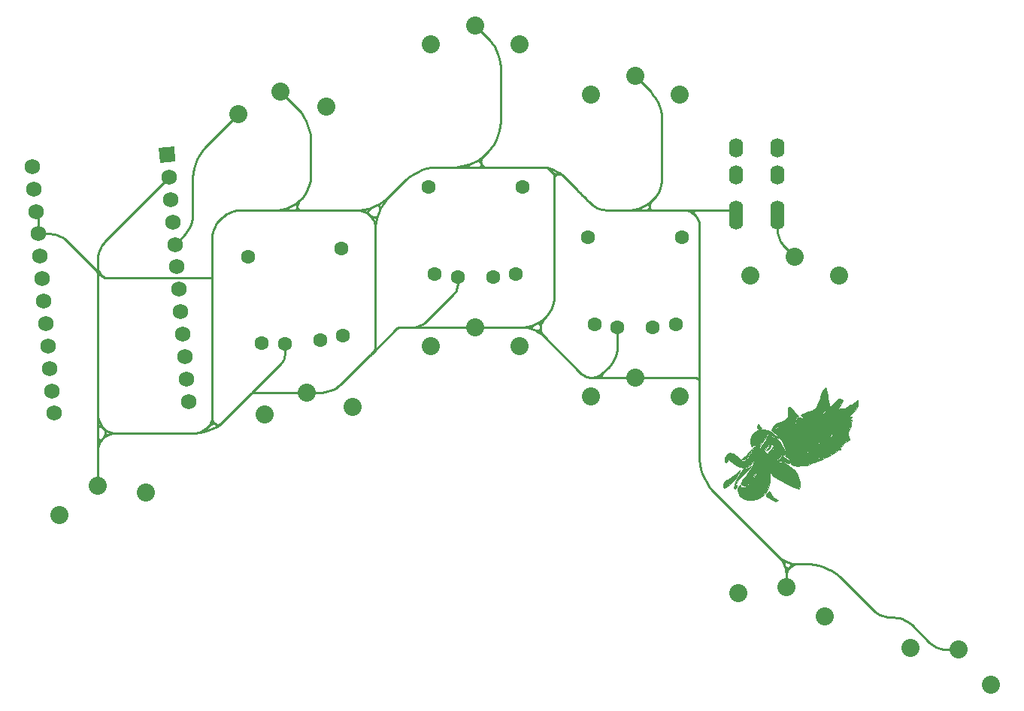
<source format=gbr>
%TF.GenerationSoftware,KiCad,Pcbnew,(5.1.10)-1*%
%TF.CreationDate,2021-07-20T22:45:32+02:00*%
%TF.ProjectId,metasepia_pfefferi_v2,6d657461-7365-4706-9961-5f7066656666,VERSION_HERE*%
%TF.SameCoordinates,Original*%
%TF.FileFunction,Copper,L2,Bot*%
%TF.FilePolarity,Positive*%
%FSLAX46Y46*%
G04 Gerber Fmt 4.6, Leading zero omitted, Abs format (unit mm)*
G04 Created by KiCad (PCBNEW (5.1.10)-1) date 2021-07-20 22:45:32*
%MOMM*%
%LPD*%
G01*
G04 APERTURE LIST*
%TA.AperFunction,EtchedComponent*%
%ADD10C,0.010000*%
%TD*%
%TA.AperFunction,ComponentPad*%
%ADD11C,1.600000*%
%TD*%
%TA.AperFunction,ComponentPad*%
%ADD12C,2.032000*%
%TD*%
%TA.AperFunction,ComponentPad*%
%ADD13C,0.100000*%
%TD*%
%TA.AperFunction,ComponentPad*%
%ADD14C,1.752600*%
%TD*%
%TA.AperFunction,ComponentPad*%
%ADD15O,1.600000X2.200000*%
%TD*%
%TA.AperFunction,Conductor*%
%ADD16C,0.250000*%
%TD*%
G04 APERTURE END LIST*
D10*
%TO.C,G\u002A\u002A\u002A*%
G36*
X108339673Y33387801D02*
G01*
X108452661Y33204518D01*
X108536949Y33062442D01*
X108783499Y32741954D01*
X109021993Y32589145D01*
X109235155Y32491804D01*
X109279976Y32411544D01*
X109156526Y32347799D01*
X109054693Y32325847D01*
X108857005Y32329754D01*
X108629501Y32423156D01*
X108361830Y32598445D01*
X108133052Y32771285D01*
X107970167Y32909026D01*
X107911430Y32976891D01*
X107947056Y33075380D01*
X108044391Y33227669D01*
X108161222Y33377229D01*
X108255336Y33467531D01*
X108281343Y33472250D01*
X108339673Y33387801D01*
G37*
X108339673Y33387801D02*
X108452661Y33204518D01*
X108536949Y33062442D01*
X108783499Y32741954D01*
X109021993Y32589145D01*
X109235155Y32491804D01*
X109279976Y32411544D01*
X109156526Y32347799D01*
X109054693Y32325847D01*
X108857005Y32329754D01*
X108629501Y32423156D01*
X108361830Y32598445D01*
X108133052Y32771285D01*
X107970167Y32909026D01*
X107911430Y32976891D01*
X107947056Y33075380D01*
X108044391Y33227669D01*
X108161222Y33377229D01*
X108255336Y33467531D01*
X108281343Y33472250D01*
X108339673Y33387801D01*
G36*
X107661184Y40445158D02*
G01*
X108130871Y40346802D01*
X108608647Y40094341D01*
X108911473Y39853928D01*
X109120701Y39657561D01*
X109264225Y39508356D01*
X109311349Y39438254D01*
X109311194Y39438007D01*
X109223029Y39443103D01*
X109038479Y39508769D01*
X108808400Y39611949D01*
X108583651Y39729589D01*
X108415088Y39838632D01*
X108399630Y39851248D01*
X108205610Y39940557D01*
X108048679Y39879984D01*
X107972719Y39702571D01*
X107902535Y39551941D01*
X107748741Y39350497D01*
X107656507Y39252420D01*
X107335510Y38833025D01*
X107162192Y38369281D01*
X107145944Y37889080D01*
X107163528Y37787994D01*
X107213224Y37559301D01*
X107234511Y37489835D01*
X107233022Y37572947D01*
X107221326Y37719765D01*
X107228620Y37862041D01*
X107781088Y37959456D01*
X107836510Y37805417D01*
X107891458Y37757926D01*
X108132972Y37678144D01*
X108393562Y37765025D01*
X108634305Y37973287D01*
X108803957Y38234051D01*
X108833795Y38476959D01*
X108721253Y38669905D01*
X108691826Y38692628D01*
X108483286Y38752288D01*
X108255251Y38648851D01*
X108066675Y38461360D01*
X107856270Y38171927D01*
X107781088Y37959456D01*
X107228620Y37862041D01*
X107244983Y38181154D01*
X107410272Y38578584D01*
X107705563Y38923739D01*
X107948307Y39196865D01*
X108056894Y39450466D01*
X108066584Y39523783D01*
X108123387Y39750137D01*
X108242892Y39820088D01*
X108416337Y39730747D01*
X108487128Y39662416D01*
X108647485Y39536213D01*
X108777200Y39498631D01*
X108969897Y39457658D01*
X109199857Y39302143D01*
X109427067Y39068221D01*
X109611515Y38792022D01*
X109651215Y38709359D01*
X109765738Y38474276D01*
X109867197Y38313523D01*
X109909064Y38274320D01*
X109975586Y38177022D01*
X110037473Y37976449D01*
X110050180Y37912590D01*
X110075149Y37696462D01*
X110035719Y37592448D01*
X109918223Y37550505D01*
X109712298Y37460997D01*
X109497046Y37289535D01*
X109317361Y37083168D01*
X109218139Y36888943D01*
X109212716Y36811178D01*
X109295607Y36765721D01*
X109491362Y36726202D01*
X109595118Y36714667D01*
X109879571Y36650448D01*
X110206185Y36494076D01*
X110567874Y36259573D01*
X110895114Y36015675D01*
X111124161Y35799770D01*
X111304660Y35557272D01*
X111466343Y35271728D01*
X111621685Y34962328D01*
X111708360Y34734974D01*
X111743210Y34525556D01*
X111743074Y34269963D01*
X111741160Y34225499D01*
X111718455Y33952991D01*
X111682868Y33753599D01*
X111653817Y33686023D01*
X111558025Y33701400D01*
X111343090Y33785646D01*
X111037236Y33924223D01*
X110668685Y34102590D01*
X110265663Y34306210D01*
X109856393Y34520543D01*
X109469098Y34731050D01*
X109132001Y34923193D01*
X108873326Y35082431D01*
X108721297Y35194225D01*
X108715732Y35199550D01*
X108569500Y35384593D01*
X108485726Y35618023D01*
X108447144Y35867284D01*
X108411974Y36109330D01*
X108374522Y36256843D01*
X108351742Y36280318D01*
X108337620Y36182534D01*
X108341907Y35961866D01*
X108363530Y35663638D01*
X108367240Y35624772D01*
X108381679Y35053937D01*
X108324985Y34466297D01*
X108206452Y33922844D01*
X108043499Y33500075D01*
X107748628Y33098011D01*
X107343755Y32779057D01*
X106868380Y32558294D01*
X106361998Y32450800D01*
X105864104Y32471655D01*
X105573556Y32557073D01*
X105232738Y32714264D01*
X105014902Y32866739D01*
X104879054Y33052032D01*
X104795568Y33269439D01*
X104754381Y33612092D01*
X104825198Y33884100D01*
X104926534Y34062802D01*
X105028834Y34149090D01*
X105097161Y34128087D01*
X105099966Y34001115D01*
X105137886Y33895356D01*
X105284093Y33865140D01*
X105501438Y33899281D01*
X105752769Y33986592D01*
X106000939Y34115889D01*
X106208796Y34275984D01*
X106280377Y34356538D01*
X106392782Y34531121D01*
X106535381Y34787660D01*
X106686973Y35082969D01*
X106826358Y35373859D01*
X106932336Y35617144D01*
X106983707Y35769637D01*
X106985147Y35792228D01*
X106938944Y35801139D01*
X106842996Y35692567D01*
X106719159Y35502478D01*
X106589295Y35266841D01*
X106475260Y35021620D01*
X106412155Y34849428D01*
X106248991Y34496105D01*
X106019687Y34231216D01*
X105754254Y34071394D01*
X105482705Y34033265D01*
X105235047Y34133461D01*
X105190235Y34172322D01*
X105122710Y34244307D01*
X105093681Y34317047D01*
X105115132Y34415586D01*
X105199054Y34564965D01*
X105357433Y34790226D01*
X105602256Y35116411D01*
X105710194Y35258540D01*
X106035809Y35697039D01*
X106267393Y36037921D01*
X106421341Y36311942D01*
X106514049Y36549856D01*
X106561914Y36782419D01*
X106571640Y36874440D01*
X106580699Y37014489D01*
X106562422Y37007808D01*
X106502501Y36847978D01*
X106500565Y36842575D01*
X106345903Y36570067D01*
X106081798Y36353733D01*
X105795565Y36211664D01*
X105387973Y36115939D01*
X104965181Y36171229D01*
X104517209Y36381025D01*
X104034071Y36748820D01*
X103896006Y36875946D01*
X103745760Y37012821D01*
X103677788Y37035274D01*
X103651902Y36945832D01*
X103645690Y36891683D01*
X103573373Y36731602D01*
X103445214Y36698329D01*
X103321227Y36795172D01*
X103285991Y36871850D01*
X103274471Y37164788D01*
X103412897Y37460407D01*
X103535628Y37598155D01*
X103690275Y37711729D01*
X103867542Y37746036D01*
X104063975Y37732005D01*
X104280376Y37683694D01*
X104472192Y37574560D01*
X104688903Y37372167D01*
X104802442Y37247966D01*
X105057822Y36985775D01*
X105261074Y36859411D01*
X105454147Y36863906D01*
X105678990Y36994293D01*
X105839856Y37125106D01*
X106012283Y37292750D01*
X106180754Y37505837D01*
X106367140Y37796604D01*
X106593314Y38197291D01*
X106692862Y38382488D01*
X106725339Y38544407D01*
X106665786Y38653119D01*
X106557633Y38666692D01*
X106473948Y38593863D01*
X106360785Y38479677D01*
X106277274Y38517809D01*
X106212816Y38715794D01*
X106198731Y38789485D01*
X106196486Y38967406D01*
X106855209Y39083556D01*
X106866080Y39078768D01*
X106961002Y39144570D01*
X107110274Y39297136D01*
X107161049Y39356223D01*
X107366986Y39565439D01*
X107635633Y39791464D01*
X107767464Y39888062D01*
X107956413Y40027670D01*
X108051521Y40117744D01*
X108042940Y40137964D01*
X107895196Y40071455D01*
X107671878Y39919911D01*
X107417128Y39718050D01*
X107175089Y39500593D01*
X107007293Y39323452D01*
X106890338Y39167213D01*
X106855209Y39083556D01*
X106196486Y38967406D01*
X106192714Y39266628D01*
X106340089Y39694324D01*
X106627271Y40051270D01*
X107040674Y40316169D01*
X107215949Y40384289D01*
X107661184Y40445158D01*
G37*
X107661184Y40445158D02*
X108130871Y40346802D01*
X108608647Y40094341D01*
X108911473Y39853928D01*
X109120701Y39657561D01*
X109264225Y39508356D01*
X109311349Y39438254D01*
X109311194Y39438007D01*
X109223029Y39443103D01*
X109038479Y39508769D01*
X108808400Y39611949D01*
X108583651Y39729589D01*
X108415088Y39838632D01*
X108399630Y39851248D01*
X108205610Y39940557D01*
X108048679Y39879984D01*
X107972719Y39702571D01*
X107902535Y39551941D01*
X107748741Y39350497D01*
X107656507Y39252420D01*
X107335510Y38833025D01*
X107162192Y38369281D01*
X107145944Y37889080D01*
X107163528Y37787994D01*
X107213224Y37559301D01*
X107234511Y37489835D01*
X107233022Y37572947D01*
X107221326Y37719765D01*
X107228620Y37862041D01*
X107781088Y37959456D01*
X107836510Y37805417D01*
X107891458Y37757926D01*
X108132972Y37678144D01*
X108393562Y37765025D01*
X108634305Y37973287D01*
X108803957Y38234051D01*
X108833795Y38476959D01*
X108721253Y38669905D01*
X108691826Y38692628D01*
X108483286Y38752288D01*
X108255251Y38648851D01*
X108066675Y38461360D01*
X107856270Y38171927D01*
X107781088Y37959456D01*
X107228620Y37862041D01*
X107244983Y38181154D01*
X107410272Y38578584D01*
X107705563Y38923739D01*
X107948307Y39196865D01*
X108056894Y39450466D01*
X108066584Y39523783D01*
X108123387Y39750137D01*
X108242892Y39820088D01*
X108416337Y39730747D01*
X108487128Y39662416D01*
X108647485Y39536213D01*
X108777200Y39498631D01*
X108969897Y39457658D01*
X109199857Y39302143D01*
X109427067Y39068221D01*
X109611515Y38792022D01*
X109651215Y38709359D01*
X109765738Y38474276D01*
X109867197Y38313523D01*
X109909064Y38274320D01*
X109975586Y38177022D01*
X110037473Y37976449D01*
X110050180Y37912590D01*
X110075149Y37696462D01*
X110035719Y37592448D01*
X109918223Y37550505D01*
X109712298Y37460997D01*
X109497046Y37289535D01*
X109317361Y37083168D01*
X109218139Y36888943D01*
X109212716Y36811178D01*
X109295607Y36765721D01*
X109491362Y36726202D01*
X109595118Y36714667D01*
X109879571Y36650448D01*
X110206185Y36494076D01*
X110567874Y36259573D01*
X110895114Y36015675D01*
X111124161Y35799770D01*
X111304660Y35557272D01*
X111466343Y35271728D01*
X111621685Y34962328D01*
X111708360Y34734974D01*
X111743210Y34525556D01*
X111743074Y34269963D01*
X111741160Y34225499D01*
X111718455Y33952991D01*
X111682868Y33753599D01*
X111653817Y33686023D01*
X111558025Y33701400D01*
X111343090Y33785646D01*
X111037236Y33924223D01*
X110668685Y34102590D01*
X110265663Y34306210D01*
X109856393Y34520543D01*
X109469098Y34731050D01*
X109132001Y34923193D01*
X108873326Y35082431D01*
X108721297Y35194225D01*
X108715732Y35199550D01*
X108569500Y35384593D01*
X108485726Y35618023D01*
X108447144Y35867284D01*
X108411974Y36109330D01*
X108374522Y36256843D01*
X108351742Y36280318D01*
X108337620Y36182534D01*
X108341907Y35961866D01*
X108363530Y35663638D01*
X108367240Y35624772D01*
X108381679Y35053937D01*
X108324985Y34466297D01*
X108206452Y33922844D01*
X108043499Y33500075D01*
X107748628Y33098011D01*
X107343755Y32779057D01*
X106868380Y32558294D01*
X106361998Y32450800D01*
X105864104Y32471655D01*
X105573556Y32557073D01*
X105232738Y32714264D01*
X105014902Y32866739D01*
X104879054Y33052032D01*
X104795568Y33269439D01*
X104754381Y33612092D01*
X104825198Y33884100D01*
X104926534Y34062802D01*
X105028834Y34149090D01*
X105097161Y34128087D01*
X105099966Y34001115D01*
X105137886Y33895356D01*
X105284093Y33865140D01*
X105501438Y33899281D01*
X105752769Y33986592D01*
X106000939Y34115889D01*
X106208796Y34275984D01*
X106280377Y34356538D01*
X106392782Y34531121D01*
X106535381Y34787660D01*
X106686973Y35082969D01*
X106826358Y35373859D01*
X106932336Y35617144D01*
X106983707Y35769637D01*
X106985147Y35792228D01*
X106938944Y35801139D01*
X106842996Y35692567D01*
X106719159Y35502478D01*
X106589295Y35266841D01*
X106475260Y35021620D01*
X106412155Y34849428D01*
X106248991Y34496105D01*
X106019687Y34231216D01*
X105754254Y34071394D01*
X105482705Y34033265D01*
X105235047Y34133461D01*
X105190235Y34172322D01*
X105122710Y34244307D01*
X105093681Y34317047D01*
X105115132Y34415586D01*
X105199054Y34564965D01*
X105357433Y34790226D01*
X105602256Y35116411D01*
X105710194Y35258540D01*
X106035809Y35697039D01*
X106267393Y36037921D01*
X106421341Y36311942D01*
X106514049Y36549856D01*
X106561914Y36782419D01*
X106571640Y36874440D01*
X106580699Y37014489D01*
X106562422Y37007808D01*
X106502501Y36847978D01*
X106500565Y36842575D01*
X106345903Y36570067D01*
X106081798Y36353733D01*
X105795565Y36211664D01*
X105387973Y36115939D01*
X104965181Y36171229D01*
X104517209Y36381025D01*
X104034071Y36748820D01*
X103896006Y36875946D01*
X103745760Y37012821D01*
X103677788Y37035274D01*
X103651902Y36945832D01*
X103645690Y36891683D01*
X103573373Y36731602D01*
X103445214Y36698329D01*
X103321227Y36795172D01*
X103285991Y36871850D01*
X103274471Y37164788D01*
X103412897Y37460407D01*
X103535628Y37598155D01*
X103690275Y37711729D01*
X103867542Y37746036D01*
X104063975Y37732005D01*
X104280376Y37683694D01*
X104472192Y37574560D01*
X104688903Y37372167D01*
X104802442Y37247966D01*
X105057822Y36985775D01*
X105261074Y36859411D01*
X105454147Y36863906D01*
X105678990Y36994293D01*
X105839856Y37125106D01*
X106012283Y37292750D01*
X106180754Y37505837D01*
X106367140Y37796604D01*
X106593314Y38197291D01*
X106692862Y38382488D01*
X106725339Y38544407D01*
X106665786Y38653119D01*
X106557633Y38666692D01*
X106473948Y38593863D01*
X106360785Y38479677D01*
X106277274Y38517809D01*
X106212816Y38715794D01*
X106198731Y38789485D01*
X106196486Y38967406D01*
X106855209Y39083556D01*
X106866080Y39078768D01*
X106961002Y39144570D01*
X107110274Y39297136D01*
X107161049Y39356223D01*
X107366986Y39565439D01*
X107635633Y39791464D01*
X107767464Y39888062D01*
X107956413Y40027670D01*
X108051521Y40117744D01*
X108042940Y40137964D01*
X107895196Y40071455D01*
X107671878Y39919911D01*
X107417128Y39718050D01*
X107175089Y39500593D01*
X107007293Y39323452D01*
X106890338Y39167213D01*
X106855209Y39083556D01*
X106196486Y38967406D01*
X106192714Y39266628D01*
X106340089Y39694324D01*
X106627271Y40051270D01*
X107040674Y40316169D01*
X107215949Y40384289D01*
X107661184Y40445158D01*
G36*
X106204922Y36182634D02*
G01*
X106061772Y36008538D01*
X105827512Y35756189D01*
X105513041Y35438011D01*
X105190021Y35124323D01*
X104843388Y34780114D01*
X104621311Y34527035D01*
X104514064Y34353053D01*
X104501870Y34273158D01*
X104561988Y34144638D01*
X104617412Y34122618D01*
X104668424Y34079857D01*
X104644899Y33957931D01*
X104568654Y33816928D01*
X104472312Y33722968D01*
X104361271Y33714848D01*
X104331481Y33776755D01*
X104347790Y34072602D01*
X104476804Y34473737D01*
X104712771Y34964443D01*
X104861735Y35226171D01*
X105063627Y35555616D01*
X105217313Y35769862D01*
X105355331Y35902556D01*
X105510213Y35987342D01*
X105644535Y36035700D01*
X105907747Y36129438D01*
X106122941Y36219982D01*
X106174300Y36246369D01*
X106246065Y36266051D01*
X106204922Y36182634D01*
G37*
X106204922Y36182634D02*
X106061772Y36008538D01*
X105827512Y35756189D01*
X105513041Y35438011D01*
X105190021Y35124323D01*
X104843388Y34780114D01*
X104621311Y34527035D01*
X104514064Y34353053D01*
X104501870Y34273158D01*
X104561988Y34144638D01*
X104617412Y34122618D01*
X104668424Y34079857D01*
X104644899Y33957931D01*
X104568654Y33816928D01*
X104472312Y33722968D01*
X104361271Y33714848D01*
X104331481Y33776755D01*
X104347790Y34072602D01*
X104476804Y34473737D01*
X104712771Y34964443D01*
X104861735Y35226171D01*
X105063627Y35555616D01*
X105217313Y35769862D01*
X105355331Y35902556D01*
X105510213Y35987342D01*
X105644535Y36035700D01*
X105907747Y36129438D01*
X106122941Y36219982D01*
X106174300Y36246369D01*
X106246065Y36266051D01*
X106204922Y36182634D01*
G36*
X104974435Y35746835D02*
G01*
X104865196Y35538836D01*
X104746451Y35323952D01*
X104453090Y34859645D01*
X104126780Y34485973D01*
X103851792Y34243089D01*
X103574417Y34018480D01*
X103398496Y33883074D01*
X103294210Y33819114D01*
X103231740Y33808836D01*
X103181268Y33834483D01*
X103174119Y33839469D01*
X103095857Y33985052D01*
X103110538Y34200031D01*
X103197482Y34428245D01*
X103336016Y34613530D01*
X103490023Y34697584D01*
X103657223Y34769536D01*
X103908449Y34926089D01*
X104202985Y35137330D01*
X104500117Y35373349D01*
X104759129Y35604230D01*
X104852363Y35698444D01*
X104963837Y35811856D01*
X105005922Y35832913D01*
X104974435Y35746835D01*
G37*
X104974435Y35746835D02*
X104865196Y35538836D01*
X104746451Y35323952D01*
X104453090Y34859645D01*
X104126780Y34485973D01*
X103851792Y34243089D01*
X103574417Y34018480D01*
X103398496Y33883074D01*
X103294210Y33819114D01*
X103231740Y33808836D01*
X103181268Y33834483D01*
X103174119Y33839469D01*
X103095857Y33985052D01*
X103110538Y34200031D01*
X103197482Y34428245D01*
X103336016Y34613530D01*
X103490023Y34697584D01*
X103657223Y34769536D01*
X103908449Y34926089D01*
X104202985Y35137330D01*
X104500117Y35373349D01*
X104759129Y35604230D01*
X104852363Y35698444D01*
X104963837Y35811856D01*
X105005922Y35832913D01*
X104974435Y35746835D01*
G36*
X114681471Y45102010D02*
G01*
X114738253Y44893989D01*
X114802153Y44583424D01*
X114858900Y44246336D01*
X114923860Y43856549D01*
X114989259Y43522906D01*
X115046783Y43284713D01*
X115082906Y43187194D01*
X115087631Y43089181D01*
X114988661Y42935565D01*
X114772350Y42707495D01*
X114654955Y42595898D01*
X114328179Y42290472D01*
X114113837Y42087967D01*
X114000434Y41975916D01*
X113976472Y41941854D01*
X114030454Y41973312D01*
X114150882Y42057825D01*
X114173836Y42074215D01*
X114351471Y42220610D01*
X114609832Y42458261D01*
X114914365Y42754391D01*
X115230514Y43076228D01*
X115232806Y43078619D01*
X115615323Y43462837D01*
X115911289Y43721743D01*
X116137064Y43864498D01*
X116309005Y43900263D01*
X116443471Y43838202D01*
X116493193Y43784551D01*
X116536345Y43695681D01*
X116524406Y43578022D01*
X116445358Y43400339D01*
X116287183Y43131397D01*
X116171012Y42947214D01*
X115984299Y42636140D01*
X115844021Y42366694D01*
X115769178Y42177360D01*
X115762925Y42120688D01*
X115792792Y42034611D01*
X115818787Y42114604D01*
X115819022Y42115860D01*
X115871412Y42284736D01*
X115961811Y42502047D01*
X116049392Y42656063D01*
X116163123Y42735067D01*
X116361439Y42769402D01*
X116493967Y42778371D01*
X116809348Y42821210D01*
X117017202Y42918486D01*
X117078076Y42971712D01*
X117261626Y43109465D01*
X117409601Y43170077D01*
X117567714Y43240009D01*
X117783918Y43384731D01*
X117890976Y43470366D01*
X118083910Y43615051D01*
X118224626Y43685264D01*
X118264665Y43681521D01*
X118292504Y43566044D01*
X118296977Y43350165D01*
X118292281Y43264688D01*
X118238799Y42997485D01*
X118100162Y42758127D01*
X117926492Y42563998D01*
X117727704Y42353828D01*
X117576127Y42178369D01*
X117521667Y42103182D01*
X117395340Y41985453D01*
X117254147Y41913851D01*
X117144392Y41868693D01*
X117184196Y41860822D01*
X117325074Y41877288D01*
X117540259Y41879042D01*
X117601750Y41816739D01*
X117505575Y41705416D01*
X117389824Y41631962D01*
X117210240Y41517654D01*
X117172991Y41462394D01*
X117279239Y41477583D01*
X117377591Y41511734D01*
X117528337Y41550545D01*
X117572363Y41488826D01*
X117568728Y41426048D01*
X117549083Y41215679D01*
X117534670Y41013600D01*
X117476626Y40763635D01*
X117362981Y40523645D01*
X117200513Y40164701D01*
X117158850Y39807188D01*
X117243709Y39502397D01*
X117248286Y39494575D01*
X117350844Y39312563D01*
X117356911Y39227084D01*
X117255698Y39188633D01*
X117178576Y39174592D01*
X116993189Y39080451D01*
X116774740Y38878590D01*
X116686692Y38773539D01*
X116491296Y38553033D01*
X116349824Y38479995D01*
X116239398Y38550975D01*
X116163968Y38694785D01*
X116143707Y38721623D01*
X116167224Y38610737D01*
X116196788Y38501787D01*
X116296706Y38148674D01*
X116021851Y38234515D01*
X115802469Y38287359D01*
X115645021Y38298525D01*
X115639293Y38297488D01*
X115635356Y38266759D01*
X115765004Y38220763D01*
X115799622Y38212290D01*
X116067654Y38149959D01*
X115883604Y37979791D01*
X115665084Y37815299D01*
X115333049Y37609432D01*
X114930728Y37384886D01*
X114501350Y37164354D01*
X114088144Y36970530D01*
X113734340Y36826109D01*
X113602435Y36782216D01*
X113292493Y36677835D01*
X113024601Y36565843D01*
X112880904Y36486034D01*
X112628902Y36380349D01*
X112471103Y36372253D01*
X112258192Y36373837D01*
X111966191Y36349452D01*
X111815368Y36328943D01*
X111492168Y36305176D01*
X111179746Y36324155D01*
X111069863Y36346264D01*
X110849530Y36435713D01*
X110722839Y36586684D01*
X110657696Y36756031D01*
X110625492Y36814930D01*
X113595759Y37338668D01*
X113624587Y37298766D01*
X113681482Y37246875D01*
X113877746Y37147178D01*
X114047152Y37185608D01*
X114141485Y37347367D01*
X114146867Y37389725D01*
X114135573Y37593254D01*
X114099904Y37703843D01*
X114066284Y37707365D01*
X114070999Y37577581D01*
X114071957Y37570947D01*
X114048781Y37351186D01*
X113921728Y37244542D01*
X113722848Y37276104D01*
X113706195Y37284601D01*
X113595759Y37338668D01*
X110625492Y36814930D01*
X110472139Y37095395D01*
X110281447Y37280253D01*
X110171965Y37374727D01*
X112454471Y37777194D01*
X112481222Y37747198D01*
X112486438Y37748016D01*
X112658873Y37822872D01*
X112720478Y37869315D01*
X112799824Y37967458D01*
X112761495Y37989360D01*
X112639336Y37934382D01*
X112550457Y37872524D01*
X112454471Y37777194D01*
X110171965Y37374727D01*
X110134519Y37407039D01*
X110091096Y37486912D01*
X110107224Y37497859D01*
X110152909Y37584097D01*
X110149747Y37791273D01*
X110125300Y37946928D01*
X113728990Y38582356D01*
X113769216Y38580217D01*
X113889159Y38654575D01*
X113938908Y38720904D01*
X113962488Y38850186D01*
X113866561Y38935330D01*
X113728075Y38976959D01*
X113675574Y38956047D01*
X113694426Y38908495D01*
X113728725Y38910182D01*
X113823234Y38867313D01*
X113844343Y38748713D01*
X113779661Y38636608D01*
X113770849Y38630656D01*
X113728990Y38582356D01*
X110125300Y37946928D01*
X110104349Y38080332D01*
X110023331Y38412219D01*
X109992603Y38505960D01*
X114908106Y39372696D01*
X115191667Y39606191D01*
X115362255Y39764478D01*
X115406620Y39868030D01*
X115359008Y39938284D01*
X115211626Y40014640D01*
X115148997Y40019025D01*
X115131315Y39979687D01*
X115194552Y39942270D01*
X115267978Y39883155D01*
X115238048Y39781752D01*
X115121001Y39628032D01*
X114908106Y39372696D01*
X109992603Y38505960D01*
X109913304Y38747877D01*
X109882011Y38827878D01*
X109823530Y38936710D01*
X114651990Y39788098D01*
X114707691Y39777941D01*
X114878744Y39848699D01*
X114944388Y39898291D01*
X114998850Y39972366D01*
X114936836Y39969571D01*
X114789798Y39895453D01*
X114735937Y39861536D01*
X114651990Y39788098D01*
X109823530Y38936710D01*
X109726347Y39117561D01*
X109625393Y39243248D01*
X116335218Y40426371D01*
X116445068Y40502400D01*
X116592702Y40637123D01*
X116653169Y40725506D01*
X116623442Y40833230D01*
X116492280Y40909092D01*
X116355277Y40916893D01*
X116352117Y40881663D01*
X116435697Y40840739D01*
X116540631Y40786712D01*
X116532091Y40707050D01*
X116438497Y40581074D01*
X116332822Y40446448D01*
X116335218Y40426371D01*
X109625393Y39243248D01*
X109477902Y39426871D01*
X109114754Y39784734D01*
X108511414Y40338000D01*
X108527846Y40368417D01*
X109045240Y40459647D01*
X109128228Y40523693D01*
X109201121Y40597164D01*
X109376768Y40752585D01*
X109519597Y40793079D01*
X109615874Y40772703D01*
X109790443Y40730061D01*
X109870746Y40726569D01*
X109849399Y40759380D01*
X109707304Y40818926D01*
X109686665Y40825953D01*
X109424909Y40853269D01*
X109212267Y40731259D01*
X109066359Y40526566D01*
X109045240Y40459647D01*
X108527846Y40368417D01*
X108701518Y40689888D01*
X108849804Y40920605D01*
X109022568Y41059295D01*
X109290333Y41161790D01*
X109302106Y41165352D01*
X109632812Y41292564D01*
X109963155Y41461175D01*
X110052872Y41517261D01*
X110258312Y41668999D01*
X110355131Y41807306D01*
X110379346Y42003882D01*
X110374960Y42158431D01*
X110376853Y42554808D01*
X110419299Y42834673D01*
X110498301Y42976195D01*
X110526961Y42988155D01*
X110635009Y42940652D01*
X110782136Y42805546D01*
X110788860Y42797910D01*
X110956461Y42612037D01*
X111173996Y42378628D01*
X111271782Y42275881D01*
X111576050Y41958775D01*
X111449628Y41722886D01*
X111351937Y41462073D01*
X111312586Y41232291D01*
X111247472Y40983544D01*
X111118256Y40772199D01*
X111016682Y40638904D01*
X111008099Y40580916D01*
X111016248Y40581219D01*
X111142778Y40677969D01*
X111163877Y40713776D01*
X116811609Y41709624D01*
X116895922Y41710723D01*
X117001364Y41745123D01*
X116997636Y41773813D01*
X116882531Y41774040D01*
X116836663Y41752217D01*
X116811609Y41709624D01*
X111163877Y40713776D01*
X111271183Y40895883D01*
X111377825Y41188726D01*
X111419590Y41370210D01*
X111515708Y41667060D01*
X111662442Y41806142D01*
X111850061Y41784055D01*
X112068833Y41597398D01*
X112069024Y41597173D01*
X112247796Y41424084D01*
X112411755Y41321423D01*
X112442121Y41312956D01*
X112541003Y41304270D01*
X112486847Y41347636D01*
X112446554Y41370539D01*
X112299753Y41486119D01*
X112116308Y41671907D01*
X112068032Y41727292D01*
X111835849Y42002172D01*
X112089682Y42182466D01*
X112337569Y42311758D01*
X112643777Y42412661D01*
X112731112Y42431105D01*
X113094069Y42530660D01*
X113381821Y42701566D01*
X113614534Y42967633D01*
X113812375Y43352668D01*
X113995512Y43880479D01*
X114015290Y43947132D01*
X114159417Y44378825D01*
X114315237Y44744577D01*
X114467659Y45014710D01*
X114601591Y45159543D01*
X114639523Y45174848D01*
X114681471Y45102010D01*
G37*
X114681471Y45102010D02*
X114738253Y44893989D01*
X114802153Y44583424D01*
X114858900Y44246336D01*
X114923860Y43856549D01*
X114989259Y43522906D01*
X115046783Y43284713D01*
X115082906Y43187194D01*
X115087631Y43089181D01*
X114988661Y42935565D01*
X114772350Y42707495D01*
X114654955Y42595898D01*
X114328179Y42290472D01*
X114113837Y42087967D01*
X114000434Y41975916D01*
X113976472Y41941854D01*
X114030454Y41973312D01*
X114150882Y42057825D01*
X114173836Y42074215D01*
X114351471Y42220610D01*
X114609832Y42458261D01*
X114914365Y42754391D01*
X115230514Y43076228D01*
X115232806Y43078619D01*
X115615323Y43462837D01*
X115911289Y43721743D01*
X116137064Y43864498D01*
X116309005Y43900263D01*
X116443471Y43838202D01*
X116493193Y43784551D01*
X116536345Y43695681D01*
X116524406Y43578022D01*
X116445358Y43400339D01*
X116287183Y43131397D01*
X116171012Y42947214D01*
X115984299Y42636140D01*
X115844021Y42366694D01*
X115769178Y42177360D01*
X115762925Y42120688D01*
X115792792Y42034611D01*
X115818787Y42114604D01*
X115819022Y42115860D01*
X115871412Y42284736D01*
X115961811Y42502047D01*
X116049392Y42656063D01*
X116163123Y42735067D01*
X116361439Y42769402D01*
X116493967Y42778371D01*
X116809348Y42821210D01*
X117017202Y42918486D01*
X117078076Y42971712D01*
X117261626Y43109465D01*
X117409601Y43170077D01*
X117567714Y43240009D01*
X117783918Y43384731D01*
X117890976Y43470366D01*
X118083910Y43615051D01*
X118224626Y43685264D01*
X118264665Y43681521D01*
X118292504Y43566044D01*
X118296977Y43350165D01*
X118292281Y43264688D01*
X118238799Y42997485D01*
X118100162Y42758127D01*
X117926492Y42563998D01*
X117727704Y42353828D01*
X117576127Y42178369D01*
X117521667Y42103182D01*
X117395340Y41985453D01*
X117254147Y41913851D01*
X117144392Y41868693D01*
X117184196Y41860822D01*
X117325074Y41877288D01*
X117540259Y41879042D01*
X117601750Y41816739D01*
X117505575Y41705416D01*
X117389824Y41631962D01*
X117210240Y41517654D01*
X117172991Y41462394D01*
X117279239Y41477583D01*
X117377591Y41511734D01*
X117528337Y41550545D01*
X117572363Y41488826D01*
X117568728Y41426048D01*
X117549083Y41215679D01*
X117534670Y41013600D01*
X117476626Y40763635D01*
X117362981Y40523645D01*
X117200513Y40164701D01*
X117158850Y39807188D01*
X117243709Y39502397D01*
X117248286Y39494575D01*
X117350844Y39312563D01*
X117356911Y39227084D01*
X117255698Y39188633D01*
X117178576Y39174592D01*
X116993189Y39080451D01*
X116774740Y38878590D01*
X116686692Y38773539D01*
X116491296Y38553033D01*
X116349824Y38479995D01*
X116239398Y38550975D01*
X116163968Y38694785D01*
X116143707Y38721623D01*
X116167224Y38610737D01*
X116196788Y38501787D01*
X116296706Y38148674D01*
X116021851Y38234515D01*
X115802469Y38287359D01*
X115645021Y38298525D01*
X115639293Y38297488D01*
X115635356Y38266759D01*
X115765004Y38220763D01*
X115799622Y38212290D01*
X116067654Y38149959D01*
X115883604Y37979791D01*
X115665084Y37815299D01*
X115333049Y37609432D01*
X114930728Y37384886D01*
X114501350Y37164354D01*
X114088144Y36970530D01*
X113734340Y36826109D01*
X113602435Y36782216D01*
X113292493Y36677835D01*
X113024601Y36565843D01*
X112880904Y36486034D01*
X112628902Y36380349D01*
X112471103Y36372253D01*
X112258192Y36373837D01*
X111966191Y36349452D01*
X111815368Y36328943D01*
X111492168Y36305176D01*
X111179746Y36324155D01*
X111069863Y36346264D01*
X110849530Y36435713D01*
X110722839Y36586684D01*
X110657696Y36756031D01*
X110625492Y36814930D01*
X113595759Y37338668D01*
X113624587Y37298766D01*
X113681482Y37246875D01*
X113877746Y37147178D01*
X114047152Y37185608D01*
X114141485Y37347367D01*
X114146867Y37389725D01*
X114135573Y37593254D01*
X114099904Y37703843D01*
X114066284Y37707365D01*
X114070999Y37577581D01*
X114071957Y37570947D01*
X114048781Y37351186D01*
X113921728Y37244542D01*
X113722848Y37276104D01*
X113706195Y37284601D01*
X113595759Y37338668D01*
X110625492Y36814930D01*
X110472139Y37095395D01*
X110281447Y37280253D01*
X110171965Y37374727D01*
X112454471Y37777194D01*
X112481222Y37747198D01*
X112486438Y37748016D01*
X112658873Y37822872D01*
X112720478Y37869315D01*
X112799824Y37967458D01*
X112761495Y37989360D01*
X112639336Y37934382D01*
X112550457Y37872524D01*
X112454471Y37777194D01*
X110171965Y37374727D01*
X110134519Y37407039D01*
X110091096Y37486912D01*
X110107224Y37497859D01*
X110152909Y37584097D01*
X110149747Y37791273D01*
X110125300Y37946928D01*
X113728990Y38582356D01*
X113769216Y38580217D01*
X113889159Y38654575D01*
X113938908Y38720904D01*
X113962488Y38850186D01*
X113866561Y38935330D01*
X113728075Y38976959D01*
X113675574Y38956047D01*
X113694426Y38908495D01*
X113728725Y38910182D01*
X113823234Y38867313D01*
X113844343Y38748713D01*
X113779661Y38636608D01*
X113770849Y38630656D01*
X113728990Y38582356D01*
X110125300Y37946928D01*
X110104349Y38080332D01*
X110023331Y38412219D01*
X109992603Y38505960D01*
X114908106Y39372696D01*
X115191667Y39606191D01*
X115362255Y39764478D01*
X115406620Y39868030D01*
X115359008Y39938284D01*
X115211626Y40014640D01*
X115148997Y40019025D01*
X115131315Y39979687D01*
X115194552Y39942270D01*
X115267978Y39883155D01*
X115238048Y39781752D01*
X115121001Y39628032D01*
X114908106Y39372696D01*
X109992603Y38505960D01*
X109913304Y38747877D01*
X109882011Y38827878D01*
X109823530Y38936710D01*
X114651990Y39788098D01*
X114707691Y39777941D01*
X114878744Y39848699D01*
X114944388Y39898291D01*
X114998850Y39972366D01*
X114936836Y39969571D01*
X114789798Y39895453D01*
X114735937Y39861536D01*
X114651990Y39788098D01*
X109823530Y38936710D01*
X109726347Y39117561D01*
X109625393Y39243248D01*
X116335218Y40426371D01*
X116445068Y40502400D01*
X116592702Y40637123D01*
X116653169Y40725506D01*
X116623442Y40833230D01*
X116492280Y40909092D01*
X116355277Y40916893D01*
X116352117Y40881663D01*
X116435697Y40840739D01*
X116540631Y40786712D01*
X116532091Y40707050D01*
X116438497Y40581074D01*
X116332822Y40446448D01*
X116335218Y40426371D01*
X109625393Y39243248D01*
X109477902Y39426871D01*
X109114754Y39784734D01*
X108511414Y40338000D01*
X108527846Y40368417D01*
X109045240Y40459647D01*
X109128228Y40523693D01*
X109201121Y40597164D01*
X109376768Y40752585D01*
X109519597Y40793079D01*
X109615874Y40772703D01*
X109790443Y40730061D01*
X109870746Y40726569D01*
X109849399Y40759380D01*
X109707304Y40818926D01*
X109686665Y40825953D01*
X109424909Y40853269D01*
X109212267Y40731259D01*
X109066359Y40526566D01*
X109045240Y40459647D01*
X108527846Y40368417D01*
X108701518Y40689888D01*
X108849804Y40920605D01*
X109022568Y41059295D01*
X109290333Y41161790D01*
X109302106Y41165352D01*
X109632812Y41292564D01*
X109963155Y41461175D01*
X110052872Y41517261D01*
X110258312Y41668999D01*
X110355131Y41807306D01*
X110379346Y42003882D01*
X110374960Y42158431D01*
X110376853Y42554808D01*
X110419299Y42834673D01*
X110498301Y42976195D01*
X110526961Y42988155D01*
X110635009Y42940652D01*
X110782136Y42805546D01*
X110788860Y42797910D01*
X110956461Y42612037D01*
X111173996Y42378628D01*
X111271782Y42275881D01*
X111576050Y41958775D01*
X111449628Y41722886D01*
X111351937Y41462073D01*
X111312586Y41232291D01*
X111247472Y40983544D01*
X111118256Y40772199D01*
X111016682Y40638904D01*
X111008099Y40580916D01*
X111016248Y40581219D01*
X111142778Y40677969D01*
X111163877Y40713776D01*
X116811609Y41709624D01*
X116895922Y41710723D01*
X117001364Y41745123D01*
X116997636Y41773813D01*
X116882531Y41774040D01*
X116836663Y41752217D01*
X116811609Y41709624D01*
X111163877Y40713776D01*
X111271183Y40895883D01*
X111377825Y41188726D01*
X111419590Y41370210D01*
X111515708Y41667060D01*
X111662442Y41806142D01*
X111850061Y41784055D01*
X112068833Y41597398D01*
X112069024Y41597173D01*
X112247796Y41424084D01*
X112411755Y41321423D01*
X112442121Y41312956D01*
X112541003Y41304270D01*
X112486847Y41347636D01*
X112446554Y41370539D01*
X112299753Y41486119D01*
X112116308Y41671907D01*
X112068032Y41727292D01*
X111835849Y42002172D01*
X112089682Y42182466D01*
X112337569Y42311758D01*
X112643777Y42412661D01*
X112731112Y42431105D01*
X113094069Y42530660D01*
X113381821Y42701566D01*
X113614534Y42967633D01*
X113812375Y43352668D01*
X113995512Y43880479D01*
X114015290Y43947132D01*
X114159417Y44378825D01*
X114315237Y44744577D01*
X114467659Y45014710D01*
X114601591Y45159543D01*
X114639523Y45174848D01*
X114681471Y45102010D01*
G36*
X110013845Y37284078D02*
G01*
X110245156Y37137225D01*
X110460099Y36946276D01*
X110571185Y36767968D01*
X110581218Y36631561D01*
X110493001Y36566312D01*
X110309334Y36601480D01*
X110199088Y36656257D01*
X109967108Y36747023D01*
X109676634Y36809436D01*
X109612881Y36816621D01*
X109250863Y36848744D01*
X109464971Y37092141D01*
X109655107Y37278879D01*
X109820830Y37341862D01*
X110013845Y37284078D01*
G37*
X110013845Y37284078D02*
X110245156Y37137225D01*
X110460099Y36946276D01*
X110571185Y36767968D01*
X110581218Y36631561D01*
X110493001Y36566312D01*
X110309334Y36601480D01*
X110199088Y36656257D01*
X109967108Y36747023D01*
X109676634Y36809436D01*
X109612881Y36816621D01*
X109250863Y36848744D01*
X109464971Y37092141D01*
X109655107Y37278879D01*
X109820830Y37341862D01*
X110013845Y37284078D01*
G36*
X106586122Y38481113D02*
G01*
X106557787Y38419507D01*
X106275270Y37880379D01*
X106017965Y37480416D01*
X105818676Y37253772D01*
X105623492Y37117641D01*
X105411015Y37022611D01*
X105231866Y36984950D01*
X105136671Y37020931D01*
X105132824Y37033331D01*
X105190936Y37114710D01*
X105349323Y37230269D01*
X105389577Y37254232D01*
X105589298Y37405544D01*
X105827339Y37636844D01*
X105997096Y37831324D01*
X106200418Y38080625D01*
X106381740Y38295665D01*
X106481049Y38407317D01*
X106580490Y38505921D01*
X106586122Y38481113D01*
G37*
X106586122Y38481113D02*
X106557787Y38419507D01*
X106275270Y37880379D01*
X106017965Y37480416D01*
X105818676Y37253772D01*
X105623492Y37117641D01*
X105411015Y37022611D01*
X105231866Y36984950D01*
X105136671Y37020931D01*
X105132824Y37033331D01*
X105190936Y37114710D01*
X105349323Y37230269D01*
X105389577Y37254232D01*
X105589298Y37405544D01*
X105827339Y37636844D01*
X105997096Y37831324D01*
X106200418Y38080625D01*
X106381740Y38295665D01*
X106481049Y38407317D01*
X106580490Y38505921D01*
X106586122Y38481113D01*
G36*
X107145859Y40915597D02*
G01*
X107214022Y40855200D01*
X107377783Y40685922D01*
X107400889Y40586073D01*
X107280871Y40527208D01*
X107183793Y40507263D01*
X107008468Y40491589D01*
X106947130Y40559623D01*
X106946641Y40701871D01*
X106971373Y40920355D01*
X107028160Y40986081D01*
X107145859Y40915597D01*
G37*
X107145859Y40915597D02*
X107214022Y40855200D01*
X107377783Y40685922D01*
X107400889Y40586073D01*
X107280871Y40527208D01*
X107183793Y40507263D01*
X107008468Y40491589D01*
X106947130Y40559623D01*
X106946641Y40701871D01*
X106971373Y40920355D01*
X107028160Y40986081D01*
X107145859Y40915597D01*
G36*
X108743395Y38461928D02*
G01*
X108745422Y38453187D01*
X108705521Y38260261D01*
X108522618Y38028683D01*
X108338116Y37870671D01*
X108210917Y37780139D01*
X108193334Y37798762D01*
X108236528Y37881368D01*
X108376134Y38046846D01*
X108463456Y38109294D01*
X108594716Y38243980D01*
X108659424Y38383603D01*
X108708321Y38504597D01*
X108743395Y38461928D01*
G37*
X108743395Y38461928D02*
X108745422Y38453187D01*
X108705521Y38260261D01*
X108522618Y38028683D01*
X108338116Y37870671D01*
X108210917Y37780139D01*
X108193334Y37798762D01*
X108236528Y37881368D01*
X108376134Y38046846D01*
X108463456Y38109294D01*
X108594716Y38243980D01*
X108659424Y38383603D01*
X108708321Y38504597D01*
X108743395Y38461928D01*
G36*
X108418812Y38596254D02*
G01*
X108425736Y38492566D01*
X108372090Y38367664D01*
X108256113Y38222819D01*
X108120429Y38098034D01*
X108007664Y38033313D01*
X107961406Y38056797D01*
X108002664Y38161653D01*
X108116026Y38330071D01*
X108257807Y38502061D01*
X108352937Y38594410D01*
X108418812Y38596254D01*
G37*
X108418812Y38596254D02*
X108425736Y38492566D01*
X108372090Y38367664D01*
X108256113Y38222819D01*
X108120429Y38098034D01*
X108007664Y38033313D01*
X107961406Y38056797D01*
X108002664Y38161653D01*
X108116026Y38330071D01*
X108257807Y38502061D01*
X108352937Y38594410D01*
X108418812Y38596254D01*
%TD*%
D11*
%TO.P,S6,3*%
%TO.N,N/C*%
X80494181Y67773257D03*
%TO.P,S6,4*%
X69894181Y67773257D03*
%TO.P,S6,1*%
%TO.N,P14*%
X70614181Y57923257D03*
%TO.P,S6,2*%
%TO.N,GND*%
X77194181Y57623257D03*
%TO.P,S6,1*%
%TO.N,P14*%
X79774181Y57923257D03*
%TO.P,S6,2*%
%TO.N,GND*%
X73194181Y57623257D03*
%TD*%
D12*
%TO.P,S1,1*%
%TO.N,P9*%
X38051049Y33330780D03*
%TO.P,S1,2*%
%TO.N,GND*%
X32677900Y34065129D03*
%TO.P,S1,1*%
%TO.N,P9*%
X28391790Y30742590D03*
%TO.P,S1,2*%
%TO.N,GND*%
X32677900Y34065129D03*
%TD*%
%TO.P,S2,1*%
%TO.N,P6*%
X61410147Y42943513D03*
%TO.P,S2,2*%
%TO.N,GND*%
X56246146Y44599743D03*
%TO.P,S2,1*%
%TO.N,P6*%
X51448200Y42071955D03*
%TO.P,S2,2*%
%TO.N,GND*%
X56246146Y44599743D03*
%TD*%
D11*
%TO.P,S3,3*%
%TO.N,N/C*%
X60144559Y60851355D03*
%TO.P,S3,4*%
X49584895Y59927504D03*
%TO.P,S3,1*%
%TO.N,P16*%
X51160640Y50177739D03*
%TO.P,S3,2*%
%TO.N,GND*%
X57741747Y50452365D03*
%TO.P,S3,1*%
%TO.N,P16*%
X60285783Y50976085D03*
%TO.P,S3,2*%
%TO.N,GND*%
X53756969Y50103742D03*
%TD*%
D12*
%TO.P,S4,1*%
%TO.N,P21*%
X58446851Y76814135D03*
%TO.P,S4,2*%
%TO.N,GND*%
X53282850Y78470365D03*
%TO.P,S4,1*%
%TO.N,P21*%
X48484904Y75942577D03*
%TO.P,S4,2*%
%TO.N,GND*%
X53282850Y78470365D03*
%TD*%
%TO.P,S5,1*%
%TO.N,P5*%
X80194181Y49823257D03*
%TO.P,S5,2*%
%TO.N,GND*%
X75194181Y51923257D03*
%TO.P,S5,1*%
%TO.N,P5*%
X70194181Y49823257D03*
%TO.P,S5,2*%
%TO.N,GND*%
X75194181Y51923257D03*
%TD*%
%TO.P,S7,1*%
%TO.N,P20*%
X80194181Y83823257D03*
%TO.P,S7,2*%
%TO.N,GND*%
X75194181Y85923257D03*
%TO.P,S7,1*%
%TO.N,P20*%
X70194181Y83823257D03*
%TO.P,S7,2*%
%TO.N,GND*%
X75194181Y85923257D03*
%TD*%
%TO.P,S8,1*%
%TO.N,P4*%
X98194181Y44156591D03*
%TO.P,S8,2*%
%TO.N,GND*%
X93194181Y46256591D03*
%TO.P,S8,1*%
%TO.N,P4*%
X88194181Y44156591D03*
%TO.P,S8,2*%
%TO.N,GND*%
X93194181Y46256591D03*
%TD*%
D11*
%TO.P,S9,3*%
%TO.N,N/C*%
X98494181Y62106591D03*
%TO.P,S9,4*%
X87894181Y62106591D03*
%TO.P,S9,1*%
%TO.N,P15*%
X88614181Y52256591D03*
%TO.P,S9,2*%
%TO.N,GND*%
X95194181Y51956591D03*
%TO.P,S9,1*%
%TO.N,P15*%
X97774181Y52256591D03*
%TO.P,S9,2*%
%TO.N,GND*%
X91194181Y51956591D03*
%TD*%
D12*
%TO.P,S10,1*%
%TO.N,P19*%
X98194181Y78156591D03*
%TO.P,S10,2*%
%TO.N,GND*%
X93194181Y80256591D03*
%TO.P,S10,1*%
%TO.N,P19*%
X88194181Y78156591D03*
%TO.P,S10,2*%
%TO.N,GND*%
X93194181Y80256591D03*
%TD*%
%TO.P,S11,1*%
%TO.N,P18*%
X116194181Y57756591D03*
%TO.P,S11,2*%
%TO.N,GND*%
X111194181Y59856591D03*
%TO.P,S11,1*%
%TO.N,P18*%
X106194181Y57756591D03*
%TO.P,S11,2*%
%TO.N,GND*%
X111194181Y59856591D03*
%TD*%
%TO.P,S12,1*%
%TO.N,P8*%
X114507323Y19333013D03*
%TO.P,S12,2*%
%TO.N,GND*%
X110221213Y22655552D03*
%TO.P,S12,1*%
%TO.N,P8*%
X104848064Y21921203D03*
%TO.P,S12,2*%
%TO.N,GND*%
X110221213Y22655552D03*
%TD*%
%TO.P,S13,1*%
%TO.N,P7*%
X133237864Y11588162D03*
%TO.P,S13,2*%
%TO.N,GND*%
X129593824Y15604500D03*
%TO.P,S13,1*%
%TO.N,P7*%
X124174786Y15814345D03*
%TO.P,S13,2*%
%TO.N,GND*%
X129593824Y15604500D03*
%TD*%
%TA.AperFunction,ComponentPad*%
D13*
%TO.P,MCU1,1*%
%TO.N,RAW*%
G36*
X39521259Y72193377D02*
G01*
X41267190Y72346126D01*
X41419939Y70600195D01*
X39674008Y70447446D01*
X39521259Y72193377D01*
G37*
%TD.AperFunction*%
D14*
%TO.P,MCU1,2*%
%TO.N,GND*%
X40691974Y68866451D03*
%TO.P,MCU1,3*%
%TO.N,RST*%
X40913350Y66336117D03*
%TO.P,MCU1,4*%
%TO.N,VCC*%
X41134726Y63805782D03*
%TO.P,MCU1,5*%
%TO.N,P21*%
X41356101Y61275448D03*
%TO.P,MCU1,6*%
%TO.N,P20*%
X41577477Y58745113D03*
%TO.P,MCU1,7*%
%TO.N,P19*%
X41798852Y56214778D03*
%TO.P,MCU1,8*%
%TO.N,P18*%
X42020228Y53684444D03*
%TO.P,MCU1,9*%
%TO.N,P15*%
X42241604Y51154109D03*
%TO.P,MCU1,10*%
%TO.N,P14*%
X42462979Y48623775D03*
%TO.P,MCU1,11*%
%TO.N,P16*%
X42684355Y46093440D03*
%TO.P,MCU1,12*%
%TO.N,P10*%
X42905730Y43563106D03*
%TO.P,MCU1,13*%
%TO.N,P1*%
X25288592Y70068532D03*
%TO.P,MCU1,14*%
%TO.N,P0*%
X25509967Y67538198D03*
%TO.P,MCU1,15*%
%TO.N,GND*%
X25731343Y65007863D03*
%TO.P,MCU1,16*%
X25952718Y62477529D03*
%TO.P,MCU1,17*%
%TO.N,P2*%
X26174094Y59947194D03*
%TO.P,MCU1,18*%
%TO.N,P3*%
X26395470Y57416860D03*
%TO.P,MCU1,19*%
%TO.N,P4*%
X26616845Y54886525D03*
%TO.P,MCU1,20*%
%TO.N,P5*%
X26838221Y52356190D03*
%TO.P,MCU1,21*%
%TO.N,P6*%
X27059596Y49825856D03*
%TO.P,MCU1,22*%
%TO.N,P7*%
X27280972Y47295521D03*
%TO.P,MCU1,23*%
%TO.N,P8*%
X27502348Y44765187D03*
%TO.P,MCU1,24*%
%TO.N,P9*%
X27723723Y42234852D03*
%TD*%
D15*
%TO.P,REF\u002A\u002A,1*%
%TO.N,GND*%
X109194182Y64056591D03*
%TO.P,REF\u002A\u002A,2*%
X104594182Y65156591D03*
%TO.P,REF\u002A\u002A,3*%
%TO.N,P3*%
X104594182Y69156591D03*
%TO.P,REF\u002A\u002A,4*%
%TO.N,VCC*%
X104594182Y72156591D03*
%TO.P,REF\u002A\u002A,1*%
%TO.N,GND*%
X104594182Y64056591D03*
%TO.P,REF\u002A\u002A,2*%
X109194182Y65156591D03*
%TO.P,REF\u002A\u002A,3*%
%TO.N,P3*%
X109194182Y69156591D03*
%TO.P,REF\u002A\u002A,4*%
%TO.N,VCC*%
X109194182Y72156591D03*
%TD*%
D16*
%TO.N,GND*%
X94566780Y65830733D02*
X94681213Y65901016D01*
X94668877Y65810405D02*
X94566780Y65830733D01*
X94681213Y65901016D02*
X94668877Y65810405D01*
X45526695Y57517349D02*
X45528468Y57518861D01*
X45528468Y57515576D02*
X45526695Y57517349D01*
X45528468Y57518861D02*
X45528468Y57515576D01*
X110221213Y24183783D02*
X110182448Y24476338D01*
X110270946Y24410260D02*
X110221213Y24183783D01*
X110182448Y24476338D02*
X110270946Y24410260D01*
X70768448Y69998380D02*
X70236337Y69945971D01*
X122621928Y19191885D02*
X122304423Y19223158D01*
X94732100Y65334750D02*
X94788693Y65465593D01*
X94843515Y65320594D02*
X94732100Y65334750D01*
X94788693Y65465593D02*
X94843515Y65320594D01*
X63152717Y64738697D02*
X62908395Y64897579D01*
X63106940Y64973339D02*
X63152717Y64738697D01*
X62908395Y64897579D02*
X63106940Y64973339D01*
X81515776Y52112642D02*
X81698217Y52175741D01*
X81560618Y52014505D02*
X81515776Y52112642D01*
X81698217Y52175741D02*
X81560618Y52014505D01*
X100007885Y46239981D02*
X100062110Y46223531D01*
X66687384Y51923257D02*
X66759062Y51923257D01*
X66735169Y51923257D02*
X66687384Y51923257D01*
X66759062Y51923257D02*
X66735169Y51923257D01*
X88205270Y65864794D02*
X88413629Y65693798D01*
X49994593Y44481287D02*
X50001772Y44488466D01*
X49991004Y44477698D02*
X49994593Y44481287D01*
X50001772Y44488466D02*
X49991004Y44477698D01*
X100426748Y63601481D02*
X100444305Y63423236D01*
X98733490Y65156591D02*
X98980254Y65156591D01*
X98907115Y65139025D02*
X98733490Y65156591D01*
X98980254Y65156591D02*
X98907115Y65139025D01*
X99801060Y65156591D02*
X99855244Y65156591D01*
X99826000Y65127354D02*
X99801060Y65156591D01*
X99855244Y65156591D02*
X99826000Y65127354D01*
X99198686Y65071962D02*
X99126795Y65094176D01*
X99210210Y65110996D02*
X99198686Y65071962D01*
X99126795Y65094176D02*
X99210210Y65110996D01*
X45474855Y57495480D02*
X45465282Y57490363D01*
X121049663Y19409283D02*
X121354966Y19316670D01*
X88637745Y65544049D02*
X88875459Y65416987D01*
X63894914Y49547669D02*
X63866917Y49455377D01*
X76072915Y51923257D02*
X75487092Y51923257D01*
X63592539Y49049233D02*
X63609796Y49066490D01*
X63583910Y49040604D02*
X63592539Y49049233D01*
X63609796Y49066490D02*
X63583910Y49040604D01*
X74132713Y69998380D02*
X74354344Y70120197D01*
X74364810Y69998380D02*
X74132713Y69998380D01*
X74354344Y70120197D02*
X74364810Y69998380D01*
X81165748Y69998380D02*
X81217311Y69998380D01*
X81200123Y69998380D02*
X81165748Y69998380D01*
X81217311Y69998380D02*
X81200123Y69998380D01*
X84071686Y55416279D02*
X84036307Y55057083D01*
X100403911Y45870893D02*
X100394335Y45895344D01*
X100416527Y45873106D02*
X100403911Y45870893D01*
X100394335Y45895344D02*
X100416527Y45873106D01*
X100308762Y46050820D02*
X100288710Y46074349D01*
X100322107Y46055006D02*
X100308762Y46050820D01*
X100288710Y46074349D02*
X100322107Y46055006D01*
X32677900Y39336761D02*
X32677900Y39553005D01*
X32787413Y39336714D02*
X32677900Y39336761D01*
X32677900Y39553005D02*
X32787413Y39336714D01*
X27599861Y62450491D02*
X27325349Y62477529D01*
X95899724Y76863799D02*
X96045743Y76382438D01*
X49947928Y44434622D02*
X49969466Y44456160D01*
X49962287Y44448981D02*
X49947928Y44434622D01*
X49969466Y44456160D02*
X49962287Y44448981D01*
X100601024Y35930116D02*
X100756235Y35418454D01*
X109899218Y25333080D02*
X109818109Y25482640D01*
X109954106Y25444727D02*
X109899218Y25333080D01*
X109818109Y25482640D02*
X109954106Y25444727D01*
X101509955Y34008341D02*
X101849156Y33595024D01*
X81483717Y69998380D02*
X81500904Y69998380D01*
X81475123Y69998380D02*
X81483717Y69998380D01*
X81500904Y69998380D02*
X81475123Y69998380D01*
X75419511Y70709827D02*
X75585685Y70802697D01*
X75572061Y70699412D02*
X75419511Y70709827D01*
X75585685Y70802697D02*
X75572061Y70699412D01*
X75812854Y70500123D02*
X75694077Y70631523D01*
X75801506Y70663446D02*
X75812854Y70500123D01*
X75694077Y70631523D02*
X75801506Y70663446D01*
X54805161Y65139878D02*
X54982780Y65227778D01*
X54980623Y65139878D02*
X54805161Y65139878D01*
X54982780Y65227778D02*
X54980623Y65139878D01*
X46381093Y64057787D02*
X46175227Y63806938D01*
X100353759Y46031376D02*
X100353504Y46043328D01*
X100372191Y46039806D02*
X100353759Y46031376D01*
X100353504Y46043328D02*
X100372191Y46039806D01*
X63554824Y49011518D02*
X63572793Y49029487D01*
X63545840Y49002534D02*
X63554824Y49011518D01*
X63572793Y49029487D02*
X63545840Y49002534D01*
X100416736Y46030507D02*
X100396490Y46039264D01*
X100418927Y46047747D02*
X100416736Y46030507D01*
X100396490Y46039264D02*
X100418927Y46047747D01*
X58874077Y44800184D02*
X58545291Y44700448D01*
X75780438Y70935108D02*
X75944033Y71070727D01*
X75837778Y70844498D02*
X75780438Y70935108D01*
X75944033Y71070727D02*
X75837778Y70844498D01*
X55232031Y65139878D02*
X55290147Y65203565D01*
X55423674Y65139878D02*
X55232031Y65139878D01*
X55290147Y65203565D02*
X55423674Y65139878D01*
X76971122Y72170633D02*
X76637872Y71764566D01*
X56220205Y67305091D02*
X56072684Y67029098D01*
X55080541Y65325213D02*
X55138799Y65463861D01*
X55198833Y65311388D02*
X55080541Y65325213D01*
X55138799Y65463861D02*
X55198833Y65311388D01*
X89250503Y46256591D02*
X89330913Y46296131D01*
X89329676Y46256591D02*
X89250503Y46256591D01*
X89330913Y46296131D02*
X89329676Y46256591D01*
X99952309Y46251036D02*
X99895917Y46256591D01*
X110375657Y24638305D02*
X110332106Y24762365D01*
X110482127Y24787235D02*
X110375657Y24638305D01*
X110332106Y24762365D02*
X110482127Y24787235D01*
X33179295Y40685411D02*
X32961995Y40766233D01*
X33054200Y40858667D02*
X33179295Y40685411D01*
X32961995Y40766233D02*
X33054200Y40858667D01*
X45512638Y57531397D02*
X45515241Y57536255D01*
X45515014Y57529852D02*
X45512638Y57531397D01*
X45515241Y57536255D02*
X45515014Y57529852D01*
X82215861Y51454105D02*
X82033574Y51548525D01*
X82254951Y51564773D02*
X82215861Y51454105D01*
X82033574Y51548525D02*
X82254951Y51564773D01*
X81449342Y69998380D02*
X81475123Y69998380D01*
X81440748Y69998380D02*
X81449342Y69998380D01*
X81440748Y69998380D02*
X81440748Y69998380D01*
X81466529Y69998380D02*
X81440748Y69998380D01*
X81475123Y69998380D02*
X81466529Y69998380D01*
X81475123Y69998380D02*
X81475123Y69998380D01*
X53692305Y48627475D02*
X53628265Y48416365D01*
X63558024Y49014718D02*
X63583910Y49040604D01*
X63575281Y49031975D02*
X63558024Y49014718D01*
X63583910Y49040604D02*
X63575281Y49031975D01*
X53984988Y65416987D02*
X54153589Y65482499D01*
X53999394Y65330203D02*
X53984988Y65416987D01*
X54153589Y65482499D02*
X53999394Y65330203D01*
X67021094Y51923257D02*
X67033281Y51923257D01*
X67015000Y51923257D02*
X67021094Y51923257D01*
X67033281Y51923257D02*
X67015000Y51923257D01*
X84223560Y69145521D02*
X84219314Y69222152D01*
X84338175Y69211182D02*
X84223560Y69145521D01*
X84219314Y69222152D02*
X84338175Y69211182D01*
X55874586Y75656989D02*
X56126635Y75185439D01*
X32491034Y58409185D02*
X32489598Y58434526D01*
X32529034Y58428267D02*
X32491034Y58409185D01*
X32489598Y58434526D02*
X32529034Y58428267D01*
X127910473Y15633391D02*
X128203812Y15604500D01*
X66917500Y51923257D02*
X66954063Y51923257D01*
X66941875Y51923257D02*
X66917500Y51923257D01*
X66954063Y51923257D02*
X66941875Y51923257D01*
X66547035Y51909698D02*
X66502772Y51896271D01*
X84995634Y69074429D02*
X84778074Y69176098D01*
X84853596Y69195733D02*
X84995634Y69074429D01*
X84778074Y69176098D02*
X84853596Y69195733D01*
X89124483Y65313839D02*
X89382418Y65235595D01*
X32709022Y59988527D02*
X32677900Y59672531D01*
X72839046Y55790440D02*
X72726005Y55652699D01*
X33512175Y61686652D02*
X33310739Y61441202D01*
X87410547Y46503797D02*
X87562214Y46422729D01*
X113869852Y25066248D02*
X114381514Y24911037D01*
X77868247Y74069526D02*
X77714802Y73563688D01*
X94792194Y65622620D02*
X94737711Y65741741D01*
X94814958Y65743389D02*
X94792194Y65622620D01*
X94737711Y65741741D02*
X94814958Y65743389D01*
X84592954Y69320633D02*
X84591112Y69377307D01*
X84667038Y69330849D02*
X84592954Y69320633D01*
X84591112Y69377307D02*
X84667038Y69330849D01*
X45518068Y57521558D02*
X45514012Y57523182D01*
X45516098Y57525053D02*
X45518068Y57521558D01*
X45514012Y57523182D02*
X45516098Y57525053D01*
X122934839Y19129643D02*
X123240142Y19037030D01*
X81234498Y69998380D02*
X81268873Y69998380D01*
X81217311Y69998380D02*
X81234498Y69998380D01*
X81268873Y69998380D02*
X81217311Y69998380D01*
X63937136Y64351976D02*
X64134722Y64478931D01*
X64051560Y64192918D02*
X63937136Y64351976D01*
X64134722Y64478931D02*
X64051560Y64192918D01*
X48027758Y65044761D02*
X47717223Y64950561D01*
X89403849Y46475445D02*
X89378263Y46531385D01*
X89414539Y46532160D02*
X89403849Y46475445D01*
X89378263Y46531385D02*
X89414539Y46532160D01*
X68706275Y69481831D02*
X68234725Y69229782D01*
X77341091Y83579652D02*
X77564773Y83161174D01*
X45528468Y57502377D02*
X45526278Y57509728D01*
X45528468Y57508391D02*
X45528468Y57502377D01*
X45526278Y57509728D02*
X45528468Y57508391D01*
X88877734Y46372046D02*
X88947621Y46399416D01*
X88884061Y46335984D02*
X88877734Y46372046D01*
X88947621Y46399416D02*
X88884061Y46335984D01*
X126334100Y16378959D02*
X126561952Y16191965D01*
X66380785Y51831067D02*
X66345030Y51801724D01*
X67063750Y51923257D02*
X67088125Y51923257D01*
X67051563Y51923257D02*
X67063750Y51923257D01*
X67088125Y51923257D02*
X67051563Y51923257D01*
X90844545Y48363258D02*
X90673941Y48044080D01*
X45628421Y41070163D02*
X45698237Y41177542D01*
X45848337Y41054312D02*
X45628421Y41070163D01*
X45698237Y41177542D02*
X45848337Y41054312D01*
X55340863Y44599743D02*
X54978750Y44599743D01*
X62136613Y65139878D02*
X62626606Y65205551D01*
X62515776Y65062991D02*
X62136613Y65139878D01*
X62626606Y65205551D02*
X62515776Y65062991D01*
X92609480Y65156591D02*
X93141620Y65254051D01*
X93006706Y65156591D02*
X92609480Y65156591D01*
X93141620Y65254051D02*
X93006706Y65156591D01*
X73141952Y56430880D02*
X73090227Y56260366D01*
X82928735Y69998380D02*
X83291201Y69929586D01*
X83178261Y69943755D02*
X82928735Y69998380D01*
X83291201Y69929586D02*
X83178261Y69943755D01*
X45560275Y62322311D02*
X45528468Y61999364D01*
X87806672Y66263392D02*
X88003573Y66066491D01*
X109714217Y61372720D02*
X109879747Y61171022D01*
X89375628Y46340257D02*
X89402205Y46401703D01*
X89427951Y46333609D02*
X89375628Y46340257D01*
X89402205Y46401703D02*
X89427951Y46333609D01*
X99807960Y65038170D02*
X99825984Y65089539D01*
X99848386Y65068130D02*
X99807960Y65038170D01*
X99825984Y65089539D02*
X99848386Y65068130D01*
X73194181Y56782972D02*
X73176715Y56605643D01*
X83708524Y53989298D02*
X83550074Y53692858D01*
X87721099Y46356917D02*
X87885667Y46306996D01*
X88396749Y46256591D02*
X88627848Y46298916D01*
X88569257Y46256591D02*
X88396749Y46256591D01*
X88627848Y46298916D02*
X88569257Y46256591D01*
X74433798Y70316934D02*
X74649842Y70388879D01*
X74431938Y70212130D02*
X74433798Y70316934D01*
X74649842Y70388879D02*
X74431938Y70212130D01*
X57502794Y44599743D02*
X57147845Y44599743D01*
X73022038Y56095743D02*
X72938041Y55938597D01*
X32826763Y57922054D02*
X32864763Y57941136D01*
X32866199Y57915795D02*
X32826763Y57922054D01*
X32864763Y57941136D02*
X32866199Y57915795D01*
X72898512Y69998380D02*
X73636840Y70116061D01*
X73440338Y69998380D02*
X72898512Y69998380D01*
X73636840Y70116061D02*
X73440338Y69998380D01*
X45523338Y57555367D02*
X45524684Y57559724D01*
X45525703Y57554668D02*
X45523338Y57555367D01*
X45524684Y57559724D02*
X45525703Y57554668D01*
X33535271Y40155955D02*
X33433104Y40431602D01*
X33728389Y40243718D02*
X33535271Y40155955D01*
X33433104Y40431602D02*
X33728389Y40243718D01*
X119961642Y20061417D02*
X120208264Y19859020D01*
X67790150Y68932727D02*
X67376832Y68593526D01*
X32886444Y57964510D02*
X32892401Y57998187D01*
X32915394Y57960794D02*
X32886444Y57964510D01*
X32892401Y57998187D02*
X32915394Y57960794D01*
X99749518Y64783540D02*
X99681173Y64837799D01*
X99725379Y64849380D02*
X99749518Y64783540D01*
X99681173Y64837799D02*
X99725379Y64849380D01*
X82790797Y51052262D02*
X82513101Y51264977D01*
X82642659Y51283769D02*
X82790797Y51052262D01*
X82513101Y51264977D02*
X82642659Y51283769D01*
X76776445Y84340990D02*
X77077469Y83974191D01*
X110117954Y24766482D02*
X110065537Y24931551D01*
X110207292Y24809181D02*
X110117954Y24766482D01*
X110065537Y24931551D02*
X110207292Y24809181D01*
X89646781Y65183010D02*
X89915026Y65156591D01*
X89442021Y46256591D02*
X89467987Y46285228D01*
X89527087Y46256591D02*
X89442021Y46256591D01*
X89467987Y46285228D02*
X89527087Y46256591D01*
X43714902Y40015162D02*
X44246471Y40185659D01*
X44130932Y40055270D02*
X43714902Y40015162D01*
X44246471Y40185659D02*
X44130932Y40055270D01*
X83965892Y54703084D02*
X83861119Y54357692D01*
X60045782Y45502476D02*
X59780191Y45284511D01*
X56590775Y73655379D02*
X56643184Y73123268D01*
X83975115Y69234335D02*
X83883491Y69384511D01*
X84060503Y69276891D02*
X83975115Y69234335D01*
X83883491Y69384511D02*
X84060503Y69276891D01*
X126807035Y16028206D02*
X127066989Y15889258D01*
X25949077Y64685469D02*
X25952718Y64648516D01*
X95013177Y46256591D02*
X94493464Y46256591D01*
X28416058Y62199923D02*
X28669480Y62064466D01*
X45505857Y57521983D02*
X45509146Y57526125D01*
X45509847Y57523446D02*
X45505857Y57521983D01*
X45509146Y57526125D02*
X45509847Y57523446D01*
X47417415Y64826376D02*
X47131224Y64673404D01*
X100339814Y63948543D02*
X100391806Y63777148D01*
X100444305Y36986640D02*
X100496713Y36454529D01*
X100444305Y45702060D02*
X100429224Y45784401D01*
X100444305Y45763525D02*
X100444305Y45702060D01*
X100429224Y45784401D02*
X100444305Y45763525D01*
X93511171Y65156591D02*
X93661976Y65252674D01*
X93685339Y65156591D02*
X93511171Y65156591D01*
X93661976Y65252674D02*
X93685339Y65156591D01*
X127339311Y15776459D02*
X127621377Y15690895D01*
X100434868Y46060939D02*
X100444305Y46080413D01*
X100444305Y46052383D02*
X100434868Y46060939D01*
X100444305Y46080413D02*
X100444305Y46052383D01*
X63438027Y48894721D02*
X63491933Y48948627D01*
X63473964Y48930658D02*
X63438027Y48894721D01*
X63491933Y48948627D02*
X63473964Y48930658D01*
X50016131Y44502825D02*
X50026900Y44513594D01*
X50023310Y44510004D02*
X50016131Y44502825D01*
X50026900Y44513594D02*
X50023310Y44510004D01*
X55898821Y66768894D02*
X55700290Y66526984D01*
X53756969Y49063396D02*
X53735345Y48843847D01*
X66996719Y51923257D02*
X67015000Y51923257D01*
X66990625Y51923257D02*
X66996719Y51923257D01*
X66990625Y51923257D02*
X66990625Y51923257D01*
X67008906Y51923257D02*
X66990625Y51923257D01*
X67015000Y51923257D02*
X67008906Y51923257D01*
X67015000Y51923257D02*
X67015000Y51923257D01*
X109270660Y62310544D02*
X109346403Y62060853D01*
X48668979Y65139878D02*
X48346032Y65108070D01*
X100960851Y34924467D02*
X101212900Y34452916D01*
X82398804Y51630147D02*
X82503699Y51776732D01*
X82539286Y51562668D02*
X82398804Y51630147D01*
X82503699Y51776732D02*
X82539286Y51562668D01*
X81557635Y51745666D02*
X81364299Y51803040D01*
X81510062Y51885249D02*
X81557635Y51745666D01*
X81364299Y51803040D02*
X81510062Y51885249D01*
X76062976Y69998380D02*
X76128512Y70057014D01*
X76298822Y69998380D02*
X76062976Y69998380D01*
X76128512Y70057014D02*
X76298822Y69998380D01*
X109614116Y25787854D02*
X109420658Y26023522D01*
X109743954Y25786305D02*
X109614116Y25787854D01*
X109420658Y26023522D02*
X109743954Y25786305D01*
X64914717Y66205528D02*
X65328215Y66544909D01*
X64905620Y65978744D02*
X64914717Y66205528D01*
X65328215Y66544909D02*
X64905620Y65978744D01*
X114875500Y24706421D02*
X115347050Y24454372D01*
X83658140Y69788128D02*
X83700299Y69808363D01*
X83804993Y69767172D02*
X83658140Y69788128D01*
X83700299Y69808363D02*
X83804993Y69767172D01*
X34019293Y39899464D02*
X34094609Y40092025D01*
X34481281Y40015162D02*
X34019293Y39899464D01*
X34094609Y40092025D02*
X34481281Y40015162D01*
X45528468Y57547205D02*
X45526758Y57552693D01*
X45528468Y57551748D02*
X45528468Y57547205D01*
X45526758Y57552693D02*
X45528468Y57551748D01*
X66794901Y51923257D02*
X66830741Y51923257D01*
X66818794Y51923257D02*
X66794901Y51923257D01*
X66830741Y51923257D02*
X66818794Y51923257D01*
X33134332Y61177189D02*
X32984652Y60897158D01*
X89437276Y46667949D02*
X89508683Y46728803D01*
X89449981Y46627447D02*
X89437276Y46667949D01*
X89508683Y46728803D02*
X89449981Y46627447D01*
X87134618Y46708441D02*
X87267556Y46599341D01*
X88793960Y46256591D02*
X88860659Y46299087D01*
X88870992Y46256591D02*
X88793960Y46256591D01*
X88860659Y46299087D02*
X88870992Y46256591D01*
X63330215Y48786909D02*
X63366152Y48822846D01*
X63312246Y48768940D02*
X63330215Y48786909D01*
X63366152Y48822846D02*
X63312246Y48768940D01*
X81337623Y69998380D02*
X81389186Y69998380D01*
X81371998Y69998380D02*
X81337623Y69998380D01*
X81389186Y69998380D02*
X81371998Y69998380D01*
X32398816Y58447087D02*
X32357442Y58495617D01*
X32426322Y58456703D02*
X32398816Y58447087D01*
X32357442Y58495617D02*
X32426322Y58456703D01*
X100131368Y46194843D02*
X100170755Y46173790D01*
X83567985Y69740081D02*
X83478844Y69806033D01*
X83608603Y69785903D02*
X83567985Y69740081D01*
X83478844Y69806033D02*
X83608603Y69785903D01*
X50146566Y44594095D02*
X50128130Y44588502D01*
X27870402Y62396677D02*
X28134365Y62316604D01*
X124081541Y18587293D02*
X124328163Y18384896D01*
X56528634Y68149802D02*
X56415187Y67775820D01*
X96143879Y75889082D02*
X96193184Y75388483D01*
X53543842Y48212548D02*
X53439847Y48017988D01*
X82520993Y52066409D02*
X82444825Y52250057D01*
X82560836Y52248430D02*
X82520993Y52066409D01*
X82444825Y52250057D02*
X82560836Y52248430D01*
X77976673Y81803322D02*
X78023184Y81331100D01*
X33464477Y57547912D02*
X33576076Y57514059D01*
X75853967Y70165519D02*
X75881962Y70299754D01*
X75976611Y70173460D02*
X75853967Y70165519D01*
X75881962Y70299754D02*
X75976611Y70173460D01*
X50039392Y44526086D02*
X50044847Y44531541D01*
X50037668Y44524362D02*
X50039392Y44526086D01*
X50037668Y44524362D02*
X50037668Y44524362D01*
X50043052Y44529746D02*
X50037668Y44524362D01*
X50044847Y44531541D02*
X50043052Y44529746D01*
X50044847Y44531541D02*
X50044847Y44531541D01*
X94871526Y78579243D02*
X95190639Y78190402D01*
X66972344Y51923257D02*
X66990625Y51923257D01*
X66984531Y51923257D02*
X66972344Y51923257D01*
X66990625Y51923257D02*
X66984531Y51923257D01*
X69711924Y69841659D02*
X69200262Y69686448D01*
X46418125Y40986707D02*
X46586517Y41073211D01*
X46377012Y40917156D02*
X46418125Y40986707D01*
X46586517Y41073211D02*
X46377012Y40917156D01*
X32579717Y58429097D02*
X32627227Y58449598D01*
X32625697Y58417272D02*
X32579717Y58429097D01*
X32627227Y58449598D02*
X32625697Y58417272D01*
X59494515Y45093629D02*
X59191504Y44931666D01*
X52818778Y65139878D02*
X53387107Y65243274D01*
X53242642Y65139878D02*
X52818778Y65139878D01*
X53387107Y65243274D02*
X53242642Y65139878D01*
X95470104Y77772155D02*
X95707226Y77328530D01*
X94465659Y65156591D02*
X94636883Y65240788D01*
X94634249Y65156591D02*
X94465659Y65156591D01*
X94636883Y65240788D02*
X94634249Y65156591D01*
X45492271Y57508397D02*
X45483880Y57501511D01*
X32463397Y58352134D02*
X32440404Y58389527D01*
X32469354Y58385811D02*
X32463397Y58352134D01*
X32440404Y58389527D02*
X32469354Y58385811D01*
X26770446Y62521894D02*
X26993489Y62477529D01*
X32863140Y60603802D02*
X32770968Y60299950D01*
X69256197Y52288100D02*
X69032358Y52168455D01*
X77746359Y82722787D02*
X77884101Y82268712D01*
X63923184Y63326958D02*
X63788811Y63825625D01*
X63963292Y63742342D02*
X63923184Y63326958D01*
X63788811Y63825625D02*
X63963292Y63742342D01*
X66842687Y51923257D02*
X66866580Y51923257D01*
X66830741Y51923257D02*
X66842687Y51923257D01*
X66866580Y51923257D02*
X66830741Y51923257D01*
X45434219Y57480941D02*
X45423417Y57479878D01*
X82644467Y52686210D02*
X82874664Y52878116D01*
X82682540Y52555855D02*
X82644467Y52686210D01*
X82874664Y52878116D02*
X82682540Y52555855D01*
X50110330Y44581129D02*
X50093339Y44572047D01*
X93700582Y65417633D02*
X93858595Y65479518D01*
X93714887Y65336097D02*
X93700582Y65417633D01*
X93858595Y65479518D02*
X93714887Y65336097D01*
X33093401Y57759658D02*
X33164453Y57701347D01*
X63923184Y49738240D02*
X63913730Y49642260D01*
X53317282Y47834557D02*
X53177329Y47664023D01*
X100339989Y46004927D02*
X100329114Y46022633D01*
X100343134Y46020725D02*
X100339989Y46004927D01*
X100329114Y46022633D02*
X100343134Y46020725D01*
X90472874Y47743161D02*
X90243279Y47463399D01*
X50059205Y44545899D02*
X50066384Y44553078D01*
X50055616Y44542310D02*
X50059205Y44545899D01*
X50066384Y44553078D02*
X50055616Y44542310D01*
X88054493Y46273415D02*
X88225323Y46256591D01*
X45527403Y57573038D02*
X45528468Y57583561D01*
X45528468Y57568605D02*
X45527403Y57573038D01*
X45528468Y57583561D02*
X45528468Y57568605D01*
X32677900Y41406219D02*
X32677900Y41831477D01*
X32830718Y41309294D02*
X32677900Y41406219D01*
X32677900Y41831477D02*
X32830718Y41309294D01*
X66460038Y51878570D02*
X66419245Y51856765D01*
X66638434Y51923257D02*
X66592402Y51918723D01*
X33690455Y57491308D02*
X33806514Y57479878D01*
X99698874Y64952507D02*
X99756527Y64985022D01*
X99729729Y64918093D02*
X99698874Y64952507D01*
X99756527Y64985022D02*
X99729729Y64918093D01*
X95794149Y67178974D02*
X95658090Y66924426D01*
X120473537Y19681770D02*
X120754906Y19531375D01*
X32677900Y57831329D02*
X32670280Y57887309D01*
X32697095Y57872886D02*
X32677900Y57831329D01*
X32670280Y57887309D02*
X32697095Y57872886D01*
X92934322Y46256591D02*
X92414609Y46256591D01*
X109194182Y62826126D02*
X109219757Y62566456D01*
X63801877Y49298357D02*
X63779145Y49255829D01*
X91194181Y49759075D02*
X91158707Y49398906D01*
X100207890Y46148979D02*
X100242413Y46120646D01*
X64397079Y65112318D02*
X64381281Y65422368D01*
X64524966Y65362995D02*
X64397079Y65112318D01*
X64381281Y65422368D02*
X64524966Y65362995D01*
X84071686Y68908595D02*
X84036497Y69075296D01*
X84124879Y69040652D02*
X84071686Y68908595D01*
X84036497Y69075296D02*
X84124879Y69040652D01*
X96193184Y68700592D02*
X96157289Y68336154D01*
X91894895Y46256591D02*
X91375182Y46256591D01*
X93973750Y46256591D02*
X93454037Y46256591D01*
X99973710Y64559349D02*
X100087334Y64420897D01*
X25899341Y64824470D02*
X25916844Y64791723D01*
X55238330Y76514882D02*
X55577531Y76101564D01*
X28908405Y61904822D02*
X29130532Y61722527D01*
X81543873Y69998380D02*
X81578248Y69998380D01*
X81526686Y69998380D02*
X81543873Y69998380D01*
X81578248Y69998380D02*
X81526686Y69998380D01*
X50032284Y44518978D02*
X50037668Y44524362D01*
X50035873Y44522567D02*
X50032284Y44518978D01*
X50037668Y44524362D02*
X50035873Y44522567D01*
X44651928Y40157333D02*
X44779702Y40291218D01*
X44823368Y40208411D02*
X44651928Y40157333D01*
X44779702Y40291218D02*
X44823368Y40208411D01*
X121667877Y19254429D02*
X121985382Y19223158D01*
X123534898Y18914939D02*
X123816268Y18764544D01*
X45994939Y63537119D02*
X45841967Y63250928D01*
X115791625Y24157317D02*
X116204943Y23818116D01*
X81414967Y69998380D02*
X81440748Y69998380D01*
X81432154Y69998380D02*
X81414967Y69998380D01*
X81440748Y69998380D02*
X81432154Y69998380D01*
X75629461Y69998380D02*
X75778818Y70079078D01*
X75784297Y69998380D02*
X75629461Y69998380D01*
X75778818Y70079078D02*
X75784297Y69998380D01*
X77510594Y73070686D02*
X77262966Y72607408D01*
X63111159Y65314040D02*
X63374199Y65397792D01*
X63180144Y65171746D02*
X63111159Y65314040D01*
X63374199Y65397792D02*
X63180144Y65171746D01*
X63752355Y49215733D02*
X63721763Y49178457D01*
X50184636Y44599743D02*
X50165463Y44597854D01*
X77244561Y51923257D02*
X76658738Y51923257D01*
X63603752Y64222294D02*
X63447765Y64443648D01*
X63720271Y64348007D02*
X63603752Y64222294D01*
X63447765Y64443648D02*
X63720271Y64348007D01*
X63258340Y48715034D02*
X63312246Y48768940D01*
X63294277Y48750971D02*
X63258340Y48715034D01*
X63312246Y48768940D02*
X63294277Y48750971D01*
X99973826Y65156591D02*
X100073051Y65156591D01*
X99951750Y65120465D02*
X99973826Y65156591D01*
X100073051Y65156591D02*
X99951750Y65120465D01*
X100186841Y64271975D02*
X100271272Y64114016D01*
X25931054Y64757419D02*
X25941833Y64721887D01*
X45490130Y41336330D02*
X45528468Y41535638D01*
X45605562Y41316241D02*
X45490130Y41336330D01*
X45528468Y41535638D02*
X45605562Y41316241D01*
X46109556Y40874404D02*
X46076620Y40959754D01*
X46191691Y40947795D02*
X46109556Y40874404D01*
X46076620Y40959754D02*
X46191691Y40947795D01*
X53781138Y65139878D02*
X53942641Y65242061D01*
X53966713Y65139878D02*
X53781138Y65139878D01*
X53942641Y65242061D02*
X53966713Y65139878D01*
X110061374Y25491676D02*
X110093167Y25576971D01*
X110239644Y25505777D02*
X110061374Y25491676D01*
X110093167Y25576971D02*
X110239644Y25505777D01*
X84472552Y69230727D02*
X84552791Y69277513D01*
X84555882Y69227440D02*
X84472552Y69230727D01*
X84552791Y69277513D02*
X84555882Y69227440D01*
X25952718Y63518300D02*
X25997083Y63295258D01*
X69663431Y52590125D02*
X69467233Y52429110D01*
X113345440Y25170561D02*
X112813329Y25222970D01*
X56331252Y74691453D02*
X56486463Y74179791D01*
X83363330Y53413376D02*
X83150092Y53153544D01*
X78023184Y75114023D02*
X77971372Y74587969D01*
X110665252Y24949727D02*
X110729369Y25104721D01*
X110797605Y25034544D02*
X110665252Y24949727D01*
X110729369Y25104721D02*
X110797605Y25034544D01*
X56792895Y44599743D02*
X56437946Y44599743D01*
X26371258Y62735264D02*
X26560345Y62608921D01*
X99258401Y65156591D02*
X99333359Y65156591D01*
X99242794Y65128395D02*
X99258401Y65156591D01*
X99333359Y65156591D02*
X99242794Y65128395D01*
X63518886Y48975580D02*
X63545840Y49002534D01*
X63536855Y48993549D02*
X63518886Y48975580D01*
X63545840Y49002534D02*
X63536855Y48993549D01*
X32654708Y57951481D02*
X32634045Y58008042D01*
X32684820Y57959183D02*
X32654708Y57951481D01*
X32634045Y58008042D02*
X32684820Y57959183D01*
X58208313Y44633419D02*
X57866387Y44599743D01*
X45292706Y40951046D02*
X45413677Y41146302D01*
X45463690Y41040203D02*
X45292706Y40951046D01*
X45413677Y41146302D02*
X45463690Y41040203D01*
X68306054Y51948134D02*
X68053466Y51923257D01*
X46861405Y64493116D02*
X46610556Y64287250D01*
X54896523Y65847816D02*
X55018362Y65922276D01*
X55005574Y65826999D02*
X54896523Y65847816D01*
X55018362Y65922276D02*
X55005574Y65826999D01*
X32658704Y58477436D02*
X32677900Y58518994D01*
X32685519Y58463012D02*
X32658704Y58477436D01*
X32677900Y58518994D02*
X32685519Y58463012D01*
X95497736Y66684439D02*
X95314632Y66461326D01*
X32728571Y57900723D02*
X32730101Y57933048D01*
X32776081Y57921223D02*
X32728571Y57900723D01*
X32730101Y57933048D02*
X32776081Y57921223D01*
X45717783Y62951120D02*
X45623583Y62640585D01*
X94873477Y65156591D02*
X94928768Y65217571D01*
X95054618Y65156591D02*
X94873477Y65156591D01*
X94928768Y65217571D02*
X95054618Y65156591D01*
X45455253Y57486209D02*
X45444866Y57483059D01*
X111053602Y25145336D02*
X111108653Y25245812D01*
X111360459Y25222970D02*
X111053602Y25145336D01*
X111108653Y25245812D02*
X111360459Y25222970D01*
X87412869Y66657195D02*
X87609770Y66460294D01*
X73729623Y51923257D02*
X73143800Y51923257D01*
X74901269Y51923257D02*
X74315446Y51923257D01*
X33387821Y39553437D02*
X33519097Y39885040D01*
X33655917Y39738312D02*
X33387821Y39553437D01*
X33519097Y39885040D02*
X33655917Y39738312D01*
X96085847Y67976989D02*
X95979544Y67626556D01*
X55208866Y66059378D02*
X55368616Y66195310D01*
X55238775Y65968802D02*
X55208866Y66059378D01*
X55368616Y66195310D02*
X55238775Y65968802D01*
X110733696Y25228544D02*
X110664017Y25342166D01*
X110829147Y25297163D02*
X110733696Y25228544D01*
X110664017Y25342166D02*
X110829147Y25297163D01*
X32721753Y58342278D02*
X32670978Y58391136D01*
X32701091Y58398839D02*
X32721753Y58342278D01*
X32670978Y58391136D02*
X32701091Y58398839D01*
X32998355Y57854704D02*
X32929475Y57893618D01*
X32956981Y57903234D02*
X32998355Y57854704D01*
X32929475Y57893618D02*
X32956981Y57903234D01*
X99594198Y64895410D02*
X99514023Y64938366D01*
X99619673Y64934614D02*
X99594198Y64895410D01*
X99514023Y64938366D02*
X99619673Y64934614D01*
X26084110Y63085156D02*
X26210453Y62896070D01*
X50046642Y44533336D02*
X50050231Y44536925D01*
X50044847Y44531541D02*
X50046642Y44533336D01*
X50050231Y44536925D02*
X50044847Y44531541D01*
X87005157Y67064907D02*
X87206032Y66864032D01*
X81011061Y69998380D02*
X81114186Y69998380D01*
X81079811Y69998380D02*
X81011061Y69998380D01*
X81114186Y69998380D02*
X81079811Y69998380D01*
X45523106Y57515991D02*
X45521289Y57518441D01*
X45524403Y57517349D02*
X45523106Y57515991D01*
X45521289Y57518441D02*
X45524403Y57517349D01*
X82191035Y52394298D02*
X82367159Y52494982D01*
X82344669Y52357466D02*
X82191035Y52394298D01*
X82367159Y52494982D02*
X82344669Y52357466D01*
X33240879Y57650281D02*
X33321942Y57606952D01*
X32937103Y39041097D02*
X32893514Y39234035D01*
X33058004Y39223620D02*
X32937103Y39041097D01*
X32893514Y39234035D02*
X33058004Y39223620D01*
X94863372Y66032539D02*
X95015426Y66162120D01*
X94890427Y65946294D02*
X94863372Y66032539D01*
X95015426Y66162120D02*
X94890427Y65946294D01*
X86603406Y67466658D02*
X86804281Y67265783D01*
X49980235Y44466929D02*
X49991004Y44477698D01*
X49987414Y44474108D02*
X49980235Y44466929D01*
X49991004Y44477698D02*
X49987414Y44474108D01*
X109446255Y61819789D02*
X109569255Y61589673D01*
X46001784Y40696526D02*
X46084765Y40800859D01*
X46106305Y40749805D02*
X46001784Y40696526D01*
X46084765Y40800859D02*
X46106305Y40749805D01*
X56065088Y44599743D02*
X55702975Y44599743D01*
X32677900Y40666620D02*
X32677900Y40896126D01*
X32802573Y40769788D02*
X32677900Y40666620D01*
X32677900Y40896126D02*
X32802573Y40769788D01*
X44770225Y40464475D02*
X44909080Y40567420D01*
X44809382Y40385638D02*
X44770225Y40464475D01*
X44909080Y40567420D02*
X44809382Y40385638D01*
X25855157Y64884046D02*
X25878713Y64855343D01*
X50077320Y44561343D02*
X50062427Y44549121D01*
X89297992Y46573177D02*
X89351731Y46606183D01*
X89345938Y46563631D02*
X89297992Y46573177D01*
X89351731Y46606183D02*
X89345938Y46563631D01*
X32677900Y38234130D02*
X32677900Y38754781D01*
X32754794Y38610776D02*
X32677900Y38234130D01*
X32677900Y38754781D02*
X32754794Y38610776D01*
X68797868Y52071327D02*
X68554988Y51997650D01*
X100444305Y45989278D02*
X100431276Y46015773D01*
X100444305Y46015366D02*
X100444305Y45989278D01*
X100431276Y46015773D02*
X100444305Y46015366D01*
X80577837Y51923257D02*
X81047630Y51995404D01*
X80937509Y51887879D02*
X80577837Y51923257D01*
X81047630Y51995404D02*
X80937509Y51887879D01*
X100444305Y45841584D02*
X100429436Y45864919D01*
X100444305Y45868535D02*
X100444305Y45841584D01*
X100429436Y45864919D02*
X100444305Y45868535D01*
X63096621Y48553315D02*
X63204434Y48661128D01*
X63168496Y48625190D02*
X63096621Y48553315D01*
X63204434Y48661128D02*
X63168496Y48625190D01*
X91088101Y49043948D02*
X90983043Y48697620D01*
X55139740Y65629688D02*
X55080022Y65755027D01*
X55162296Y65758036D02*
X55139740Y65629688D01*
X55080022Y65755027D02*
X55162296Y65758036D01*
X56643184Y68922031D02*
X56604877Y68533103D01*
X63653025Y49109719D02*
X63687373Y49144067D01*
X63635851Y49092545D02*
X63653025Y49109719D01*
X63687373Y49144067D02*
X63635851Y49092545D01*
X64118602Y65706134D02*
X64376296Y65845767D01*
X64307068Y65608234D02*
X64118602Y65706134D01*
X64376296Y65845767D02*
X64307068Y65608234D01*
X66954063Y51923257D02*
X66990625Y51923257D01*
X66941875Y51923257D02*
X66972344Y51923257D01*
X66990625Y51923257D02*
X66990625Y51923257D01*
X100403911Y45870893D02*
X100429224Y45784401D01*
X100444305Y45763525D02*
X100444305Y45841584D01*
X100416527Y45873106D02*
X100429436Y45864919D01*
X49991004Y44477698D02*
X49969466Y44456160D01*
X49962287Y44448981D02*
X49980235Y44466929D01*
X49994593Y44481287D02*
X49991004Y44477698D01*
X32709022Y59988527D02*
X32770968Y60299950D01*
X109270660Y62310544D02*
X109219757Y62566456D01*
X45526278Y57509728D02*
X45523106Y57515991D01*
X45528468Y57515576D02*
X45528468Y57508391D01*
X45526695Y57517349D02*
X45524403Y57517349D01*
X127910473Y15633391D02*
X127621377Y15690895D01*
X68306054Y51948134D02*
X68554988Y51997650D01*
X45524684Y57559724D02*
X45527403Y57573038D01*
X45525703Y57554668D02*
X45526758Y57552693D01*
X45528468Y57551748D02*
X45528468Y57568605D01*
X76072915Y51923257D02*
X76658738Y51923257D01*
X77976673Y81803322D02*
X77884101Y82268712D01*
X33310739Y61441202D02*
X33134332Y61177189D01*
X45474855Y57495480D02*
X45483880Y57501511D01*
X73729623Y51923257D02*
X74315446Y51923257D01*
X82215861Y51454105D02*
X82513101Y51264977D01*
X82642659Y51283769D02*
X82539286Y51562668D01*
X82254951Y51564773D02*
X82398804Y51630147D01*
X109818109Y25482640D02*
X109614116Y25787854D01*
X109954106Y25444727D02*
X110061374Y25491676D01*
X109743954Y25786305D02*
X110093167Y25576971D01*
X50093339Y44572047D02*
X50077320Y44561343D01*
X81217311Y69998380D02*
X81114186Y69998380D01*
X81165748Y69998380D02*
X81079811Y69998380D01*
X81217311Y69998380D02*
X81234498Y69998380D01*
X74433798Y70316934D02*
X73636840Y70116061D01*
X74132713Y69998380D02*
X73440338Y69998380D01*
X74354344Y70120197D02*
X74431938Y70212130D01*
X32677900Y41406219D02*
X32677900Y40896126D01*
X32961995Y40766233D02*
X32802573Y40769788D01*
X33054200Y40858667D02*
X32830718Y41309294D01*
X33164453Y57701347D02*
X33240879Y57650281D01*
X55018362Y65922276D02*
X55208866Y66059378D01*
X55005574Y65826999D02*
X55080022Y65755027D01*
X55238775Y65968802D02*
X55162296Y65758036D01*
X93141620Y65254051D02*
X93700582Y65417633D01*
X93006706Y65156591D02*
X93511171Y65156591D01*
X93661976Y65252674D02*
X93714887Y65336097D01*
X63609796Y49066490D02*
X63635851Y49092545D01*
X63583910Y49040604D02*
X63583910Y49040604D01*
X63575281Y49031975D02*
X63653025Y49109719D01*
X96045743Y76382438D02*
X96143879Y75889082D01*
X122621928Y19191885D02*
X122934839Y19129643D01*
X45560275Y62322311D02*
X45623583Y62640585D01*
X100087334Y64420897D02*
X100186841Y64271975D01*
X121354966Y19316670D02*
X121667877Y19254429D01*
X32670280Y57887309D02*
X32654708Y57951481D01*
X32697095Y57872886D02*
X32728571Y57900723D01*
X32684820Y57959183D02*
X32730101Y57933048D01*
X55874586Y75656989D02*
X55577531Y76101564D01*
X59780191Y45284511D02*
X59494515Y45093629D01*
X100170755Y46173790D02*
X100207890Y46148979D01*
X73141952Y56430880D02*
X73176715Y56605643D01*
X89382418Y65235595D02*
X89646781Y65183010D01*
X63788811Y63825625D02*
X63603752Y64222294D01*
X64051560Y64192918D02*
X63963292Y63742342D01*
X63937136Y64351976D02*
X63720271Y64348007D01*
X94493464Y46256591D02*
X93973750Y46256591D01*
X56072684Y67029098D02*
X55898821Y66768894D01*
X56528634Y68149802D02*
X56604877Y68533103D01*
X82644467Y52686210D02*
X82367159Y52494982D01*
X82444825Y52250057D02*
X82344669Y52357466D01*
X82560836Y52248430D02*
X82682540Y52555855D01*
X84592954Y69320633D02*
X84552791Y69277513D01*
X84778074Y69176098D02*
X84555882Y69227440D01*
X84853596Y69195733D02*
X84667038Y69330849D01*
X91158707Y49398906D02*
X91088101Y49043948D01*
X26770446Y62521894D02*
X26560345Y62608921D01*
X66759062Y51923257D02*
X66830741Y51923257D01*
X66735169Y51923257D02*
X66794901Y51923257D01*
X66830741Y51923257D02*
X66842687Y51923257D01*
X83975115Y69234335D02*
X84036497Y69075296D01*
X84223560Y69145521D02*
X84124879Y69040652D01*
X84219314Y69222152D02*
X84060503Y69276891D01*
X32864763Y57941136D02*
X32886444Y57964510D01*
X32866199Y57915795D02*
X32929475Y57893618D01*
X32915394Y57960794D02*
X32956981Y57903234D01*
X53439847Y48017988D02*
X53317282Y47834557D01*
X94681213Y65901016D02*
X94863372Y66032539D01*
X94668877Y65810405D02*
X94737711Y65741741D01*
X94814958Y65743389D02*
X94890427Y65946294D01*
X77868247Y74069526D02*
X77971372Y74587969D01*
X100601024Y35930116D02*
X100496713Y36454529D01*
X25899341Y64824470D02*
X25878713Y64855343D01*
X67033281Y51923257D02*
X67051563Y51923257D01*
X67015000Y51923257D02*
X67015000Y51923257D01*
X67063750Y51923257D02*
X67015000Y51923257D01*
X87885667Y46306996D02*
X88054493Y46273415D01*
X110182448Y24476338D02*
X110117954Y24766482D01*
X110270946Y24410260D02*
X110375657Y24638305D01*
X110332106Y24762365D02*
X110207292Y24809181D01*
X69256197Y52288100D02*
X69467233Y52429110D01*
X88877734Y46372046D02*
X88627848Y46298916D01*
X88569257Y46256591D02*
X88793960Y46256591D01*
X88884061Y46335984D02*
X88860659Y46299087D01*
X120208264Y19859020D02*
X120473537Y19681770D01*
X27599861Y62450491D02*
X27870402Y62396677D01*
X57147845Y44599743D02*
X56792895Y44599743D01*
X50055616Y44542310D02*
X50050231Y44536925D01*
X50044847Y44531541D02*
X50044847Y44531541D01*
X50044847Y44531541D02*
X50059205Y44545899D01*
X113869852Y25066248D02*
X113345440Y25170561D01*
X96157289Y68336154D02*
X96085847Y67976989D01*
X100308762Y46050820D02*
X100329114Y46022633D01*
X100353759Y46031376D02*
X100343134Y46020725D01*
X100322107Y46055006D02*
X100353504Y46043328D01*
X32627227Y58449598D02*
X32658704Y58477436D01*
X32625697Y58417272D02*
X32670978Y58391136D01*
X32685519Y58463012D02*
X32701091Y58398839D01*
X81500904Y69998380D02*
X81526686Y69998380D01*
X81475123Y69998380D02*
X81475123Y69998380D01*
X81475123Y69998380D02*
X81543873Y69998380D01*
X33576076Y57514059D02*
X33690455Y57491308D01*
X77341091Y83579652D02*
X77077469Y83974191D01*
X83550074Y53692858D02*
X83363330Y53413376D01*
X110729369Y25104721D02*
X110733696Y25228544D01*
X110797605Y25034544D02*
X111053602Y25145336D01*
X111108653Y25245812D02*
X110829147Y25297163D01*
X58545291Y44700448D02*
X58208313Y44633419D01*
X76971122Y72170633D02*
X77262966Y72607408D01*
X115347050Y24454372D02*
X115791625Y24157317D01*
X92414609Y46256591D02*
X91894895Y46256591D01*
X64914717Y66205528D02*
X64376296Y65845767D01*
X64381281Y65422368D02*
X64307068Y65608234D01*
X64905620Y65978744D02*
X64524966Y65362995D01*
X100416736Y46030507D02*
X100431276Y46015773D01*
X100444305Y46052383D02*
X100444305Y46015366D01*
X100418927Y46047747D02*
X100434868Y46060939D01*
X63894914Y49547669D02*
X63913730Y49642260D01*
X54982780Y65227778D02*
X55080541Y65325213D01*
X54980623Y65139878D02*
X55232031Y65139878D01*
X55290147Y65203565D02*
X55198833Y65311388D01*
X46109556Y40874404D02*
X46084765Y40800859D01*
X46377012Y40917156D02*
X46106305Y40749805D01*
X46418125Y40986707D02*
X46191691Y40947795D01*
X53692305Y48627475D02*
X53735345Y48843847D01*
X28669480Y62064466D02*
X28908405Y61904822D01*
X98980254Y65156591D02*
X99258401Y65156591D01*
X98907115Y65139025D02*
X99126795Y65094176D01*
X99210210Y65110996D02*
X99242794Y65128395D01*
X47131224Y64673404D02*
X46861405Y64493116D01*
X56590775Y73655379D02*
X56486463Y74179791D01*
X75853967Y70165519D02*
X75778818Y70079078D01*
X76062976Y69998380D02*
X75784297Y69998380D01*
X76128512Y70057014D02*
X75976611Y70173460D01*
X72839046Y55790440D02*
X72938041Y55938597D01*
X100426748Y63601481D02*
X100391806Y63777148D01*
X32398816Y58447087D02*
X32440404Y58389527D01*
X32491034Y58409185D02*
X32469354Y58385811D01*
X32489598Y58434526D02*
X32426322Y58456703D01*
X87806672Y66263392D02*
X87609770Y66460294D01*
X55340863Y44599743D02*
X55702975Y44599743D01*
X46175227Y63806938D02*
X45994939Y63537119D01*
X25949077Y64685469D02*
X25941833Y64721887D01*
X44246471Y40185659D02*
X44770225Y40464475D01*
X44130932Y40055270D02*
X44651928Y40157333D01*
X44779702Y40291218D02*
X44809382Y40385638D01*
X66380785Y51831067D02*
X66419245Y51856765D01*
X126561952Y16191965D02*
X126807035Y16028206D01*
X68234725Y69229782D02*
X67790150Y68932727D01*
X83291201Y69929586D02*
X83700299Y69808363D01*
X83178261Y69943755D02*
X83478844Y69806033D01*
X83658140Y69788128D02*
X83608603Y69785903D01*
X89437276Y46667949D02*
X89351731Y46606183D01*
X89378263Y46531385D02*
X89345938Y46563631D01*
X89414539Y46532160D02*
X89449981Y46627447D01*
X45512638Y57531397D02*
X45509146Y57526125D01*
X45514012Y57523182D02*
X45509847Y57523446D01*
X45515014Y57529852D02*
X45516098Y57525053D01*
X53984988Y65416987D02*
X53387107Y65243274D01*
X53242642Y65139878D02*
X53781138Y65139878D01*
X53999394Y65330203D02*
X53942641Y65242061D01*
X32677900Y39336761D02*
X32677900Y38754781D01*
X32937103Y39041097D02*
X32754794Y38610776D01*
X32787413Y39336714D02*
X32893514Y39234035D01*
X94732100Y65334750D02*
X94636883Y65240788D01*
X94634249Y65156591D02*
X94873477Y65156591D01*
X94843515Y65320594D02*
X94928768Y65217571D01*
X62626606Y65205551D02*
X63111159Y65314040D01*
X62908395Y64897579D02*
X62515776Y65062991D01*
X63106940Y64973339D02*
X63180144Y65171746D01*
X70236337Y69945971D02*
X69711924Y69841659D01*
X63779145Y49255829D02*
X63752355Y49215733D01*
X88413629Y65693798D02*
X88637745Y65544049D01*
X90673941Y48044080D02*
X90472874Y47743161D01*
X81515776Y52112642D02*
X81047630Y51995404D01*
X81364299Y51803040D02*
X80937509Y51887879D01*
X81560618Y52014505D02*
X81510062Y51885249D01*
X63545840Y49002534D02*
X63491933Y48948627D01*
X63473964Y48930658D02*
X63518886Y48975580D01*
X63554824Y49011518D02*
X63545840Y49002534D01*
X75585685Y70802697D02*
X75780438Y70935108D01*
X75572061Y70699412D02*
X75694077Y70631523D01*
X75801506Y70663446D02*
X75837778Y70844498D01*
X89330913Y46296131D02*
X89375628Y46340257D01*
X89329676Y46256591D02*
X89442021Y46256591D01*
X89427951Y46333609D02*
X89467987Y46285228D01*
X109714217Y61372720D02*
X109569255Y61589673D01*
X50146566Y44594095D02*
X50165463Y44597854D01*
X25997083Y63295258D02*
X26084110Y63085156D01*
X84036307Y55057083D02*
X83965892Y54703084D01*
X66547035Y51909698D02*
X66592402Y51918723D01*
X50026900Y44513594D02*
X50037668Y44524362D01*
X50023310Y44510004D02*
X50032284Y44518978D01*
X50037668Y44524362D02*
X50037668Y44524362D01*
X87410547Y46503797D02*
X87267556Y46599341D01*
X95190639Y78190402D02*
X95470104Y77772155D01*
X63312246Y48768940D02*
X63204434Y48661128D01*
X63258340Y48715034D02*
X63168496Y48625190D01*
X63330215Y48786909D02*
X63312246Y48768940D01*
X101509955Y34008341D02*
X101212900Y34452916D01*
X45434219Y57480941D02*
X45444866Y57483059D01*
X124081541Y18587293D02*
X123816268Y18764544D01*
X99855244Y65156591D02*
X99973826Y65156591D01*
X99826000Y65127354D02*
X99825984Y65089539D01*
X99848386Y65068130D02*
X99951750Y65120465D01*
X45490130Y41336330D02*
X45413677Y41146302D01*
X45628421Y41070163D02*
X45463690Y41040203D01*
X45698237Y41177542D02*
X45605562Y41316241D01*
X100007885Y46239981D02*
X99952309Y46251036D01*
X95658090Y66924426D02*
X95497736Y66684439D01*
X81440748Y69998380D02*
X81389186Y69998380D01*
X81371998Y69998380D02*
X81414967Y69998380D01*
X81440748Y69998380D02*
X81440748Y69998380D01*
X33535271Y40155955D02*
X33519097Y39885040D01*
X34019293Y39899464D02*
X33655917Y39738312D01*
X33728389Y40243718D02*
X34094609Y40092025D01*
X87005157Y67064907D02*
X86804281Y67265783D01*
X48027758Y65044761D02*
X48346032Y65108070D01*
X99681173Y64837799D02*
X99594198Y64895410D01*
X99725379Y64849380D02*
X99729729Y64918093D01*
X99698874Y64952507D02*
X99619673Y64934614D01*
X50128130Y44588502D02*
X50110330Y44581129D01*
X25916844Y64791723D02*
X25931054Y64757419D01*
X90844545Y48363258D02*
X90983043Y48697620D01*
X100062110Y46223531D02*
X100131368Y46194843D01*
X63374199Y65397792D02*
X64118602Y65706134D01*
X63152717Y64738697D02*
X63447765Y64443648D01*
X64134722Y64478931D02*
X64397079Y65112318D01*
X28416058Y62199923D02*
X28134365Y62316604D01*
X95899724Y76863799D02*
X95707226Y77328530D01*
X32677900Y39553005D02*
X32677900Y40666620D01*
X33387821Y39553437D02*
X33058004Y39223620D01*
X33179295Y40685411D02*
X33433104Y40431602D01*
X75487092Y51923257D02*
X74901269Y51923257D01*
X92934322Y46256591D02*
X93454037Y46256591D01*
X123240142Y19037030D02*
X123534898Y18914939D01*
X99801060Y65156591D02*
X99333359Y65156591D01*
X99198686Y65071962D02*
X99514023Y64938366D01*
X99807960Y65038170D02*
X99756527Y64985022D01*
X77714802Y73563688D02*
X77510594Y73070686D01*
X109346403Y62060853D02*
X109446255Y61819789D01*
X56126635Y75185439D02*
X56331252Y74691453D01*
X88875459Y65416987D02*
X89124483Y65313839D01*
X83708524Y53989298D02*
X83861119Y54357692D01*
X66502772Y51896271D02*
X66460038Y51878570D01*
X100756235Y35418454D02*
X100960851Y34924467D01*
X33464477Y57547912D02*
X33321942Y57606952D01*
X73090227Y56260366D02*
X73022038Y56095743D01*
X56437946Y44599743D02*
X56065088Y44599743D01*
X66996719Y51923257D02*
X66866580Y51923257D01*
X66917500Y51923257D02*
X66818794Y51923257D01*
X67021094Y51923257D02*
X67008906Y51923257D01*
X58874077Y44800184D02*
X59191504Y44931666D01*
X45515241Y57536255D02*
X45523338Y57555367D01*
X45518068Y57521558D02*
X45521289Y57518441D01*
X45528468Y57518861D02*
X45528468Y57547205D01*
X68706275Y69481831D02*
X69200262Y69686448D01*
X50001772Y44488466D02*
X50039392Y44526086D01*
X50016131Y44502825D02*
X49987414Y44474108D01*
X50043052Y44529746D02*
X50046642Y44533336D01*
X77564773Y83161174D02*
X77746359Y82722787D01*
X75419511Y70709827D02*
X74649842Y70388879D01*
X74364810Y69998380D02*
X75629461Y69998380D01*
X75812854Y70500123D02*
X75881962Y70299754D01*
X87562214Y46422729D02*
X87721099Y46356917D01*
X53628265Y48416365D02*
X53543842Y48212548D01*
X94566780Y65830733D02*
X93858595Y65479518D01*
X93685339Y65156591D02*
X94465659Y65156591D01*
X94788693Y65465593D02*
X94792194Y65622620D01*
X84591112Y69377307D02*
X83804993Y69767172D01*
X83883491Y69384511D02*
X83567985Y69740081D01*
X84338175Y69211182D02*
X84472552Y69230727D01*
X32984652Y60897158D02*
X32863140Y60603802D01*
X69032358Y52168455D02*
X68797868Y52071327D01*
X88947621Y46399416D02*
X89297992Y46573177D01*
X89250503Y46256591D02*
X88870992Y46256591D01*
X89403849Y46475445D02*
X89402205Y46401703D01*
X95794149Y67178974D02*
X95979544Y67626556D01*
X81698217Y52175741D02*
X82191035Y52394298D01*
X82033574Y51548525D02*
X81557635Y51745666D01*
X82503699Y51776732D02*
X82520993Y52066409D01*
X127066989Y15889258D02*
X127339311Y15776459D01*
X109899218Y25333080D02*
X110065537Y24931551D01*
X110482127Y24787235D02*
X110665252Y24949727D01*
X110239644Y25505777D02*
X110664017Y25342166D01*
X56220205Y67305091D02*
X56415187Y67775820D01*
X100394335Y45895344D02*
X100339989Y46004927D01*
X100444305Y45989278D02*
X100444305Y45868535D01*
X100372191Y46039806D02*
X100396490Y46039264D01*
X114381514Y24911037D02*
X114875500Y24706421D01*
X47717223Y64950561D02*
X47417415Y64826376D01*
X45465282Y57490363D02*
X45455253Y57486209D01*
X81449342Y69998380D02*
X81268873Y69998380D01*
X81200123Y69998380D02*
X81337623Y69998380D01*
X81483717Y69998380D02*
X81466529Y69998380D01*
X32463397Y58352134D02*
X32634045Y58008042D01*
X32826763Y57922054D02*
X32776081Y57921223D01*
X32892401Y57998187D02*
X32721753Y58342278D01*
X32529034Y58428267D02*
X32579717Y58429097D01*
X63866917Y49455377D02*
X63801877Y49298357D01*
X45292706Y40951046D02*
X44909080Y40567420D01*
X44823368Y40208411D02*
X46001784Y40696526D01*
X45848337Y41054312D02*
X46076620Y40959754D01*
X26371258Y62735264D02*
X26210453Y62896070D01*
X54153589Y65482499D02*
X54896523Y65847816D01*
X54805161Y65139878D02*
X53966713Y65139878D01*
X55138799Y65463861D02*
X55139740Y65629688D01*
X100339814Y63948543D02*
X100271272Y64114016D01*
X45841967Y63250928D02*
X45717783Y62951120D01*
X63558024Y49014718D02*
X63366152Y48822846D01*
X63438027Y48894721D02*
X63294277Y48750971D01*
X63592539Y49049233D02*
X63572793Y49029487D01*
X87412869Y66657195D02*
X87206032Y66864032D01*
X121049663Y19409283D02*
X120754906Y19531375D01*
X27325349Y62477529D02*
X26993489Y62477529D01*
X32357442Y58495617D02*
X29130532Y61722527D01*
X54978750Y44599743D02*
X50184636Y44599743D01*
X43714902Y40015162D02*
X34481281Y40015162D01*
X32677900Y38234130D02*
X32677900Y34065129D01*
X32677900Y41831477D02*
X32677900Y57831329D01*
X57502794Y44599743D02*
X57866387Y44599743D01*
X77244561Y51923257D02*
X80577837Y51923257D01*
X82790797Y51052262D02*
X87134618Y46708441D01*
X109194182Y62826126D02*
X109194182Y64056591D01*
X109879747Y61171022D02*
X111194181Y59856591D01*
X67376832Y68593526D02*
X65328215Y66544909D01*
X46381093Y64057787D02*
X46610556Y64287250D01*
X53756969Y49063396D02*
X53756969Y50103742D01*
X49947928Y44434622D02*
X46586517Y41073211D01*
X53177329Y47664023D02*
X50066384Y44553078D01*
X50035873Y44522567D02*
X50062427Y44549121D01*
X73194181Y56782972D02*
X73194181Y57623257D01*
X67088125Y51923257D02*
X68053466Y51923257D01*
X72726005Y55652699D02*
X69663431Y52590125D01*
X66687384Y51923257D02*
X66638434Y51923257D01*
X66984531Y51923257D02*
X73143800Y51923257D01*
X89508683Y46728803D02*
X90243279Y47463399D01*
X91194181Y49759075D02*
X91194181Y51956591D01*
X88396749Y46256591D02*
X88225323Y46256591D01*
X89527087Y46256591D02*
X91375182Y46256591D01*
X82928735Y69998380D02*
X81578248Y69998380D01*
X81432154Y69998380D02*
X81801686Y69998380D01*
X84995634Y69074429D02*
X86603406Y67466658D01*
X88205270Y65864794D02*
X88003573Y66066491D01*
X76776445Y84340990D02*
X75194181Y85923257D01*
X75944033Y71070727D02*
X76637872Y71764566D01*
X78023184Y81331100D02*
X78023184Y75114023D01*
X70768448Y69998380D02*
X72898512Y69998380D01*
X76298822Y69998380D02*
X81011061Y69998380D01*
X55238330Y76514882D02*
X53282850Y78470365D01*
X55700290Y66526984D02*
X55368616Y66195310D01*
X56643184Y73123268D02*
X56643184Y68922031D01*
X48668979Y65139878D02*
X52818778Y65139878D01*
X55423674Y65139878D02*
X62136613Y65139878D01*
X33512175Y61686652D02*
X40691974Y68866451D01*
X32677900Y59672531D02*
X32677900Y58518994D01*
X25855157Y64884046D02*
X25731343Y65007863D01*
X25952718Y64648516D02*
X25952718Y63518300D01*
X94871526Y78579243D02*
X93194181Y80256591D01*
X95314632Y66461326D02*
X95015426Y66162120D01*
X96193184Y75388483D02*
X96193184Y68700592D01*
X92609480Y65156591D02*
X89915026Y65156591D01*
X101849156Y33595024D02*
X109420658Y26023522D01*
X110221213Y24183783D02*
X110221213Y22655552D01*
X100444305Y36986640D02*
X100444305Y45702060D01*
X99895917Y46256591D02*
X95013177Y46256591D01*
X100288710Y46074349D02*
X100242413Y46120646D01*
X128203812Y15604500D02*
X129593824Y15604500D01*
X122304423Y19223158D02*
X121985382Y19223158D01*
X126334100Y16378959D02*
X124328163Y18384896D01*
X112813329Y25222970D02*
X111360459Y25222970D01*
X119961642Y20061417D02*
X116204943Y23818116D01*
X82874664Y52878116D02*
X83150092Y53153544D01*
X84071686Y55416279D02*
X84071686Y68908595D01*
X63721763Y49178457D02*
X63687373Y49144067D01*
X63923184Y63326958D02*
X63923184Y49738240D01*
X60045782Y45502476D02*
X63096621Y48553315D01*
X66345030Y51801724D02*
X63536855Y48993549D01*
X99749518Y64783540D02*
X99973710Y64559349D01*
X100444305Y63423236D02*
X100444305Y46080413D01*
X98733490Y65156591D02*
X95054618Y65156591D01*
X100073051Y65156591D02*
X104594182Y65156591D01*
X33093401Y57759658D02*
X32998355Y57854704D01*
X45505857Y57521983D02*
X45492271Y57508397D01*
X45423417Y57479878D02*
X33806514Y57479878D01*
X45528468Y57502377D02*
X45528468Y41535638D01*
X45528468Y61999364D02*
X45528468Y57583561D01*
%TO.N,P21*%
X43665114Y70392279D02*
X43509903Y69880617D01*
X43029577Y63225287D02*
X42871673Y62929870D01*
X42685574Y62651353D02*
X42473071Y62392418D01*
X44121779Y71357816D02*
X43869730Y70886265D01*
X43255001Y63855305D02*
X43157765Y63534759D01*
X43405592Y69356205D02*
X43353184Y68824094D01*
X44758035Y72215708D02*
X44418834Y71802390D01*
X43353184Y64517196D02*
X43320351Y64183839D01*
X42871673Y62929870D02*
X42685574Y62651353D01*
X43509903Y69880617D02*
X43405592Y69356205D01*
X44121779Y71357816D02*
X44418834Y71802390D01*
X43255001Y63855305D02*
X43320351Y64183839D01*
X43665114Y70392279D02*
X43869730Y70886265D01*
X43029577Y63225287D02*
X43157765Y63534759D01*
X44758035Y72215708D02*
X48484904Y75942577D01*
X42473071Y62392418D02*
X41356101Y61275448D01*
X43353184Y68824094D02*
X43353184Y64517196D01*
%TD*%
M02*

</source>
